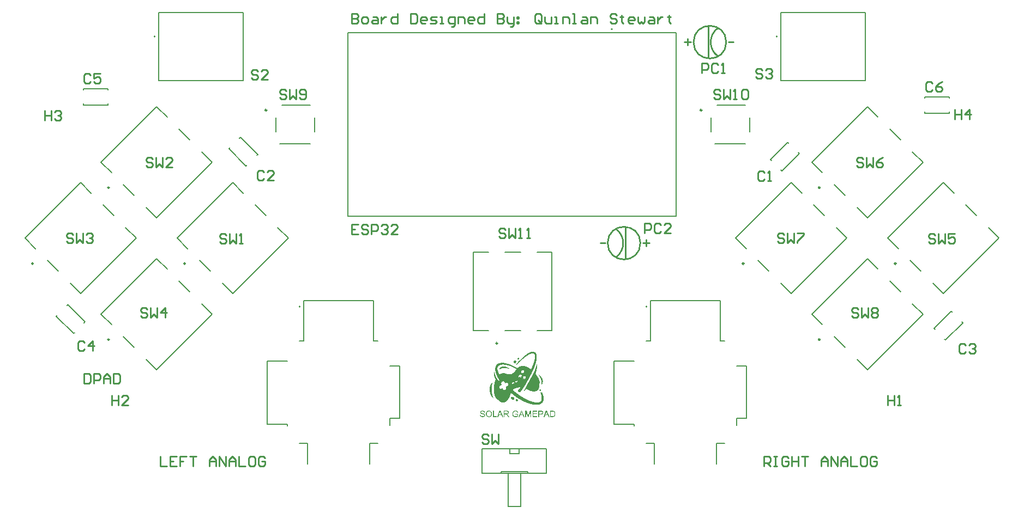
<source format=gto>
G04*
G04 #@! TF.GenerationSoftware,Altium Limited,Altium Designer,23.7.1 (13)*
G04*
G04 Layer_Color=65535*
%FSLAX44Y44*%
%MOMM*%
G71*
G04*
G04 #@! TF.SameCoordinates,53C910CC-7849-4C62-84ED-885E7FD34011*
G04*
G04*
G04 #@! TF.FilePolarity,Positive*
G04*
G01*
G75*
%ADD10C,0.2000*%
%ADD11C,0.2500*%
%ADD12C,0.2540*%
%ADD13C,0.1270*%
G36*
X991084Y279805D02*
X991299D01*
Y279590D01*
X991513D01*
Y278090D01*
X991299D01*
Y277876D01*
X991084D01*
Y277662D01*
X990870D01*
Y277447D01*
X990227D01*
Y277233D01*
X990013D01*
Y277447D01*
X989370D01*
Y277662D01*
X989155D01*
Y278090D01*
X988941D01*
Y278948D01*
X989155D01*
Y279162D01*
Y279376D01*
X989370D01*
Y279590D01*
X989584D01*
Y279805D01*
X989798D01*
Y280019D01*
X991084D01*
Y279805D01*
D02*
G37*
G36*
X986155Y275733D02*
X986369D01*
Y275519D01*
X986584D01*
Y275304D01*
X986798D01*
Y275090D01*
X987012D01*
Y273161D01*
X986798D01*
Y272733D01*
X986584D01*
Y272518D01*
X986369D01*
Y272304D01*
X986155D01*
Y272090D01*
X985726D01*
Y271875D01*
X984012D01*
Y272090D01*
X983798D01*
Y272304D01*
X983583D01*
Y272518D01*
X983369D01*
Y272947D01*
X983155D01*
Y274447D01*
X983369D01*
Y274876D01*
X983583D01*
Y275304D01*
X983798D01*
Y275519D01*
X984012D01*
Y275733D01*
X984441D01*
Y275947D01*
X986155D01*
Y275733D01*
D02*
G37*
G36*
X1014444Y289449D02*
X1015087D01*
Y289235D01*
X1015516D01*
Y289020D01*
X1015944D01*
Y288806D01*
X1016159D01*
Y288592D01*
X1016373D01*
Y288377D01*
X1016587D01*
Y288163D01*
X1016802D01*
Y287949D01*
X1017016D01*
Y287734D01*
X1017230D01*
Y287520D01*
X1017445D01*
Y287092D01*
X1017659D01*
Y286877D01*
X1017873D01*
Y286448D01*
X1018087D01*
Y285806D01*
X1018302D01*
Y285163D01*
X1018516D01*
Y284305D01*
X1018730D01*
Y282162D01*
X1018945D01*
Y280448D01*
X1018730D01*
Y277876D01*
X1018516D01*
Y276590D01*
X1018302D01*
Y275304D01*
X1018087D01*
Y274447D01*
X1017873D01*
Y273375D01*
X1017659D01*
Y272518D01*
X1017445D01*
Y271875D01*
X1017230D01*
Y271018D01*
X1017016D01*
Y270375D01*
X1016802D01*
Y269518D01*
X1016587D01*
Y268875D01*
X1016373D01*
Y268232D01*
X1016159D01*
Y267589D01*
X1015944D01*
Y266946D01*
X1015730D01*
Y266303D01*
X1015516D01*
Y265875D01*
X1015302D01*
Y265446D01*
X1015087D01*
Y264803D01*
X1014873D01*
Y264374D01*
X1014659D01*
Y263946D01*
X1014444D01*
Y263517D01*
X1014230D01*
Y262874D01*
X1014016D01*
Y262446D01*
X1013801D01*
Y262017D01*
X1013587D01*
Y261588D01*
X1013373D01*
Y261160D01*
X1013158D01*
Y260731D01*
X1012944D01*
Y260088D01*
X1012730D01*
Y259660D01*
X1012515D01*
Y259231D01*
X1012301D01*
Y258802D01*
X1012087D01*
Y258159D01*
X1011872D01*
Y257731D01*
X1011658D01*
Y257302D01*
X1011444D01*
Y256873D01*
X1011229D01*
Y256445D01*
X1011015D01*
Y256016D01*
X1010801D01*
Y255588D01*
X1010587D01*
Y255159D01*
X1010372D01*
Y254730D01*
X1010158D01*
Y254302D01*
X1009944D01*
Y253873D01*
X1009729D01*
Y253444D01*
X1009515D01*
Y253016D01*
X1009301D01*
Y252587D01*
X1009086D01*
Y252159D01*
X1008872D01*
Y251730D01*
X1008658D01*
Y251301D01*
X1008444D01*
Y250873D01*
X1008229D01*
Y250444D01*
X1008015D01*
Y250015D01*
X1007801D01*
Y249587D01*
X1007586D01*
Y249158D01*
X1007372D01*
Y248944D01*
X1007158D01*
Y248515D01*
X1006943D01*
Y248087D01*
X1006729D01*
Y247658D01*
X1006515D01*
Y247229D01*
X1006300D01*
Y246801D01*
X1006086D01*
Y246372D01*
X1005872D01*
Y246158D01*
X1005657D01*
Y245729D01*
X1005443D01*
Y245301D01*
X1005229D01*
Y244872D01*
X1005014D01*
Y244443D01*
X1004800D01*
Y244229D01*
X1004586D01*
Y243800D01*
X1004371D01*
Y243372D01*
X1004157D01*
Y242943D01*
X1003943D01*
Y242514D01*
X1003729D01*
Y242300D01*
X1003514D01*
Y241871D01*
X1003300D01*
Y241443D01*
X1003086D01*
Y241229D01*
X1002871D01*
Y240800D01*
X1002657D01*
Y240371D01*
X1002443D01*
Y239943D01*
X1002228D01*
Y239728D01*
X1002014D01*
Y239300D01*
X1001800D01*
Y238871D01*
X1001585D01*
Y238657D01*
X1001371D01*
Y238228D01*
X1001157D01*
Y238014D01*
X1000943D01*
Y237585D01*
X1000728D01*
Y237157D01*
X1000514D01*
Y236942D01*
X1000300D01*
Y236514D01*
X1000085D01*
Y236085D01*
X999871D01*
Y235871D01*
X999657D01*
Y235442D01*
X999442D01*
Y235228D01*
X999228D01*
Y234799D01*
X999014D01*
Y234585D01*
X998799D01*
Y234156D01*
X998585D01*
Y233942D01*
X998371D01*
Y233728D01*
X998157D01*
Y233299D01*
X997942D01*
Y233085D01*
X997728D01*
Y232656D01*
X997514D01*
Y232442D01*
X997299D01*
Y232013D01*
X997085D01*
Y231799D01*
X996871D01*
Y231370D01*
X996656D01*
Y231156D01*
X996442D01*
Y230727D01*
X996228D01*
Y230513D01*
X996013D01*
Y230084D01*
X995799D01*
Y229870D01*
X995585D01*
Y229656D01*
X995370D01*
Y229227D01*
X995156D01*
Y229013D01*
X994942D01*
Y228799D01*
X994727D01*
Y228370D01*
X994513D01*
Y228155D01*
X994299D01*
Y227941D01*
X994084D01*
Y227513D01*
X993870D01*
Y227298D01*
X993656D01*
Y227084D01*
X993442D01*
Y226870D01*
X993013D01*
Y226655D01*
X992370D01*
Y226441D01*
X991727D01*
Y226655D01*
X990870D01*
Y226870D01*
X990656D01*
Y227084D01*
X990441D01*
Y227298D01*
X990227D01*
Y227513D01*
X990013D01*
Y229441D01*
X990227D01*
Y229870D01*
X990441D01*
Y230084D01*
X990656D01*
Y230513D01*
X990870D01*
Y230727D01*
X991084D01*
Y230942D01*
X991299D01*
Y231370D01*
X991513D01*
Y231584D01*
X991727D01*
Y232013D01*
X991941D01*
Y232227D01*
X992156D01*
Y232442D01*
X992370D01*
Y232870D01*
X992584D01*
Y233085D01*
X992799D01*
Y233513D01*
X993013D01*
Y233728D01*
X993227D01*
Y233942D01*
X993442D01*
Y234371D01*
X993656D01*
Y234585D01*
X992370D01*
Y234371D01*
X991513D01*
Y234156D01*
X990656D01*
Y233942D01*
X989798D01*
Y233728D01*
X988941D01*
Y233513D01*
X988084D01*
Y233299D01*
X987226D01*
Y233085D01*
X986584D01*
Y232870D01*
X985941D01*
Y232656D01*
X985512D01*
Y232442D01*
X985083D01*
Y232227D01*
X984655D01*
Y232013D01*
X984226D01*
Y231799D01*
X983798D01*
Y231584D01*
X983369D01*
Y231370D01*
X983155D01*
Y231156D01*
X982726D01*
Y230942D01*
X982512D01*
Y230727D01*
X982083D01*
Y230513D01*
X981869D01*
Y230299D01*
X981654D01*
Y229870D01*
X981869D01*
Y229656D01*
X982083D01*
Y229441D01*
X982297D01*
Y229227D01*
X982726D01*
Y229013D01*
X982940D01*
Y228799D01*
X983155D01*
Y228584D01*
X983369D01*
Y228370D01*
X983798D01*
Y228155D01*
X984012D01*
Y227941D01*
X984226D01*
Y227727D01*
X984441D01*
Y227513D01*
X984655D01*
Y227298D01*
X985083D01*
Y227084D01*
X985298D01*
Y226870D01*
X985512D01*
Y226655D01*
X985941D01*
Y226441D01*
X986155D01*
Y226227D01*
X986369D01*
Y226012D01*
X986584D01*
Y225798D01*
X987012D01*
Y225584D01*
X987226D01*
Y225369D01*
X987441D01*
Y225155D01*
X987869D01*
Y224941D01*
X988084D01*
Y224727D01*
X988298D01*
Y224512D01*
X988727D01*
Y224298D01*
X988941D01*
Y224084D01*
X989370D01*
Y223869D01*
X989584D01*
Y223655D01*
X989798D01*
Y223441D01*
X990227D01*
Y223226D01*
X990441D01*
Y223012D01*
X990870D01*
Y222798D01*
X991084D01*
Y222583D01*
X991299D01*
Y222369D01*
X991727D01*
Y222155D01*
X991941D01*
Y221940D01*
X992370D01*
Y221726D01*
X992584D01*
Y221512D01*
X993013D01*
Y221297D01*
X993227D01*
Y221083D01*
X993656D01*
Y220869D01*
X993870D01*
Y220655D01*
X994299D01*
Y220440D01*
X994727D01*
Y220226D01*
X994942D01*
Y220012D01*
X995370D01*
Y219797D01*
X995585D01*
Y219583D01*
X996013D01*
Y219369D01*
X996442D01*
Y219154D01*
X996656D01*
Y218940D01*
X997085D01*
Y218726D01*
X997514D01*
Y218512D01*
X997728D01*
Y218297D01*
X998157D01*
Y218083D01*
X998585D01*
Y217868D01*
X998799D01*
Y217654D01*
X999228D01*
Y217440D01*
X999657D01*
Y217226D01*
X1000085D01*
Y217011D01*
X1000514D01*
Y216797D01*
X1000728D01*
Y216583D01*
X1001157D01*
Y216368D01*
X1001585D01*
Y216154D01*
X1002014D01*
Y215940D01*
X1002443D01*
Y215725D01*
X1002871D01*
Y215511D01*
X1003300D01*
Y215297D01*
X1003729D01*
Y215082D01*
X1004157D01*
Y214868D01*
X1004586D01*
Y214654D01*
X1005229D01*
Y214440D01*
X1005657D01*
Y214225D01*
X1006086D01*
Y214011D01*
X1006515D01*
Y213797D01*
X1007158D01*
Y213582D01*
X1007586D01*
Y213368D01*
X1008229D01*
Y213154D01*
X1008658D01*
Y212939D01*
X1009301D01*
Y212725D01*
X1009729D01*
Y212511D01*
X1010372D01*
Y212296D01*
X1011015D01*
Y212082D01*
X1011658D01*
Y211868D01*
X1012515D01*
Y211653D01*
X1013158D01*
Y211439D01*
X1014016D01*
Y211225D01*
X1015087D01*
Y211010D01*
X1016159D01*
Y210796D01*
X1018087D01*
Y210582D01*
X1020445D01*
Y210796D01*
X1021945D01*
Y211010D01*
X1022588D01*
Y211225D01*
X1023231D01*
Y211439D01*
X1023660D01*
Y211653D01*
X1024088D01*
Y211868D01*
X1024517D01*
Y212082D01*
X1024731D01*
Y212296D01*
X1024946D01*
Y212511D01*
X1025160D01*
Y212725D01*
X1025374D01*
Y212939D01*
X1025589D01*
Y213368D01*
X1025803D01*
Y213582D01*
X1026017D01*
Y214011D01*
X1026231D01*
Y214654D01*
X1026446D01*
Y215511D01*
X1026660D01*
Y219583D01*
X1026446D01*
Y220655D01*
X1026231D01*
Y221512D01*
X1026017D01*
Y222155D01*
X1025803D01*
Y222798D01*
X1025589D01*
Y223441D01*
X1025374D01*
Y224084D01*
X1025160D01*
Y224727D01*
X1024946D01*
Y225798D01*
X1025160D01*
Y226012D01*
X1025374D01*
Y226227D01*
X1025589D01*
Y226441D01*
X1026446D01*
Y226227D01*
X1026874D01*
Y226012D01*
X1027089D01*
Y225798D01*
X1027303D01*
Y225584D01*
X1027517D01*
Y224941D01*
X1027732D01*
Y224512D01*
X1027946D01*
Y223869D01*
X1028160D01*
Y223441D01*
X1028374D01*
Y222798D01*
X1028589D01*
Y222155D01*
X1028803D01*
Y221512D01*
X1029017D01*
Y220655D01*
X1029232D01*
Y219583D01*
X1029446D01*
Y218297D01*
X1029660D01*
Y214868D01*
X1029446D01*
Y213797D01*
X1029232D01*
Y213154D01*
X1029017D01*
Y212511D01*
X1028803D01*
Y212082D01*
X1028589D01*
Y211653D01*
X1028374D01*
Y211225D01*
X1028160D01*
Y211010D01*
X1027946D01*
Y210582D01*
X1027732D01*
Y210368D01*
X1027517D01*
Y210153D01*
X1027303D01*
Y209939D01*
X1027089D01*
Y209725D01*
X1026874D01*
Y209510D01*
X1026660D01*
Y209296D01*
X1026446D01*
Y209082D01*
X1026017D01*
Y208867D01*
X1025803D01*
Y208653D01*
X1025374D01*
Y208439D01*
X1025160D01*
Y208225D01*
X1024731D01*
Y208010D01*
X1024088D01*
Y207796D01*
X1023660D01*
Y207582D01*
X1023017D01*
Y207367D01*
X1022160D01*
Y207153D01*
X1021088D01*
Y206939D01*
X1015087D01*
Y207153D01*
X1013587D01*
Y207367D01*
X1012301D01*
Y207582D01*
X1011444D01*
Y207796D01*
X1010587D01*
Y208010D01*
X1009729D01*
Y208225D01*
X1008872D01*
Y208439D01*
X1008229D01*
Y208653D01*
X1007586D01*
Y208867D01*
X1006943D01*
Y209082D01*
X1006300D01*
Y209296D01*
X1005657D01*
Y209510D01*
X1005014D01*
Y209725D01*
X1004371D01*
Y209939D01*
X1003943D01*
Y210153D01*
X1003300D01*
Y210368D01*
X1002871D01*
Y210582D01*
X1002443D01*
Y210796D01*
X1001800D01*
Y211010D01*
X1001371D01*
Y211225D01*
X1000943D01*
Y211439D01*
X1000514D01*
Y211653D01*
X999871D01*
Y211868D01*
X999442D01*
Y212082D01*
X999014D01*
Y212296D01*
X998585D01*
Y212511D01*
X998157D01*
Y212725D01*
X997728D01*
Y212939D01*
X997299D01*
Y213154D01*
X996871D01*
Y213368D01*
X996442D01*
Y213582D01*
X996013D01*
Y213797D01*
X995799D01*
Y214011D01*
X995370D01*
Y214225D01*
X994942D01*
Y214440D01*
X994513D01*
Y214654D01*
X994084D01*
Y214868D01*
X993870D01*
Y215082D01*
X993442D01*
Y215297D01*
X993013D01*
Y215511D01*
X992799D01*
Y215725D01*
X992370D01*
Y215940D01*
X991941D01*
Y216154D01*
X991727D01*
Y216368D01*
X991299D01*
Y216583D01*
X990870D01*
Y216797D01*
X990656D01*
Y217011D01*
X990227D01*
Y217226D01*
X990013D01*
Y217440D01*
X989584D01*
Y217654D01*
X989155D01*
Y217868D01*
X988941D01*
Y218083D01*
X988512D01*
Y218297D01*
X988298D01*
Y218512D01*
X987869D01*
Y218726D01*
X987655D01*
Y218940D01*
X987441D01*
Y219154D01*
X987012D01*
Y219369D01*
X986798D01*
Y219583D01*
X986369D01*
Y219797D01*
X986155D01*
Y220012D01*
X985726D01*
Y220226D01*
X985512D01*
Y220440D01*
X985298D01*
Y220655D01*
X984869D01*
Y220869D01*
X984655D01*
Y221083D01*
X984226D01*
Y221297D01*
X984012D01*
Y221512D01*
X983798D01*
Y221726D01*
X983369D01*
Y221940D01*
X983155D01*
Y222155D01*
X982940D01*
Y222369D01*
X982726D01*
Y222583D01*
X982297D01*
Y222798D01*
X982083D01*
Y223012D01*
X981869D01*
Y223226D01*
X981440D01*
Y223441D01*
X981226D01*
Y223655D01*
X981012D01*
Y223869D01*
X980797D01*
Y224084D01*
X980368D01*
Y224298D01*
X980154D01*
Y224512D01*
X979940D01*
Y224727D01*
X979726D01*
Y224941D01*
X979511D01*
Y225155D01*
X979083D01*
Y225369D01*
X978868D01*
Y225584D01*
X978654D01*
Y225155D01*
X978440D01*
Y224298D01*
X978225D01*
Y223655D01*
X978011D01*
Y222798D01*
X977797D01*
Y222155D01*
X977582D01*
Y221512D01*
X977368D01*
Y221083D01*
X977154D01*
Y220440D01*
X976939D01*
Y220012D01*
X976725D01*
Y219583D01*
X976511D01*
Y218940D01*
X976297D01*
Y218512D01*
X976082D01*
Y218083D01*
X975868D01*
Y217654D01*
X975654D01*
Y217226D01*
X975439D01*
Y217011D01*
X975225D01*
Y216583D01*
X975011D01*
Y216154D01*
X974796D01*
Y215940D01*
X974582D01*
Y215511D01*
X974368D01*
Y215297D01*
X974154D01*
Y215082D01*
X973939D01*
Y214654D01*
X973725D01*
Y214440D01*
X973511D01*
Y214225D01*
X973296D01*
Y214011D01*
X973082D01*
Y213797D01*
X972868D01*
Y213582D01*
X972653D01*
Y213368D01*
X972439D01*
Y213154D01*
X972225D01*
Y212939D01*
X972010D01*
Y212725D01*
X971796D01*
Y212511D01*
X971582D01*
Y212296D01*
X971367D01*
Y212082D01*
X970939D01*
Y211868D01*
X970724D01*
Y211653D01*
X970296D01*
Y211439D01*
X969867D01*
Y211225D01*
X969439D01*
Y211010D01*
X968796D01*
Y210796D01*
X968153D01*
Y210582D01*
X964938D01*
Y210796D01*
X964081D01*
Y211010D01*
X963438D01*
Y211225D01*
X963009D01*
Y211439D01*
X962581D01*
Y211653D01*
X962152D01*
Y211868D01*
X961938D01*
Y212082D01*
X961509D01*
Y212296D01*
X961295D01*
Y212511D01*
X961080D01*
Y212725D01*
X960652D01*
Y212939D01*
X960437D01*
Y213154D01*
X960223D01*
Y213368D01*
X960009D01*
Y213797D01*
X959794D01*
Y214011D01*
X959580D01*
Y214225D01*
X959366D01*
Y214440D01*
X958937D01*
Y214654D01*
X958509D01*
Y214868D01*
X958080D01*
Y215082D01*
X957866D01*
Y215297D01*
X957651D01*
Y215511D01*
X957223D01*
Y215725D01*
X957009D01*
Y215940D01*
X956794D01*
Y216154D01*
X956580D01*
Y216368D01*
X956366D01*
Y216583D01*
X956151D01*
Y216797D01*
X955937D01*
Y217226D01*
X955723D01*
Y217440D01*
X955508D01*
Y217654D01*
X955294D01*
Y218083D01*
X955080D01*
Y218512D01*
X954865D01*
Y218940D01*
X954651D01*
Y219369D01*
X954437D01*
Y219797D01*
X954222D01*
Y220440D01*
X954008D01*
Y221083D01*
X953794D01*
Y221726D01*
X953579D01*
Y222583D01*
X953365D01*
Y223441D01*
X953151D01*
Y224512D01*
X952936D01*
Y226012D01*
X952722D01*
Y228584D01*
X952508D01*
Y233513D01*
X952722D01*
Y237157D01*
X952936D01*
Y238871D01*
X953151D01*
Y240371D01*
X953365D01*
Y241443D01*
X953579D01*
Y242300D01*
X953794D01*
Y243157D01*
X954008D01*
Y243800D01*
X954222D01*
Y244658D01*
X954437D01*
Y245301D01*
X954651D01*
Y245729D01*
X954865D01*
Y246801D01*
X954651D01*
Y247229D01*
X954437D01*
Y247872D01*
X954222D01*
Y248301D01*
X954008D01*
Y248729D01*
X953794D01*
Y249373D01*
X953579D01*
Y250015D01*
X953365D01*
Y250658D01*
X953151D01*
Y251516D01*
X952936D01*
Y252373D01*
X952722D01*
Y253873D01*
X952508D01*
Y256231D01*
X952722D01*
Y257516D01*
X952936D01*
Y257731D01*
X953151D01*
Y257088D01*
X953365D01*
Y256659D01*
X953579D01*
Y256016D01*
X953794D01*
Y255373D01*
X954008D01*
Y254730D01*
X954222D01*
Y254302D01*
X954437D01*
Y253444D01*
X954651D01*
Y252801D01*
X954865D01*
Y252373D01*
X955080D01*
Y251730D01*
X955294D01*
Y251301D01*
X955508D01*
Y250658D01*
X955723D01*
Y250230D01*
X955937D01*
Y249801D01*
X956151D01*
Y249373D01*
X956366D01*
Y249158D01*
X956580D01*
Y248729D01*
X956794D01*
Y248301D01*
X957009D01*
Y247872D01*
X957223D01*
Y247658D01*
X957437D01*
Y247229D01*
X957651D01*
Y247015D01*
X957866D01*
Y246801D01*
X958080D01*
Y246372D01*
X958294D01*
Y246158D01*
X958509D01*
Y245944D01*
X958723D01*
Y245729D01*
X958937D01*
Y245515D01*
X959152D01*
Y245301D01*
X959366D01*
Y245086D01*
X959580D01*
Y244872D01*
X960009D01*
Y244658D01*
X960223D01*
Y244443D01*
X960652D01*
Y244229D01*
X960866D01*
Y244872D01*
X960652D01*
Y245086D01*
X960437D01*
Y245515D01*
X960223D01*
Y245944D01*
X960009D01*
Y246372D01*
X959794D01*
Y246801D01*
X959580D01*
Y247229D01*
X959366D01*
Y247658D01*
X959152D01*
Y248087D01*
X958937D01*
Y248515D01*
X958723D01*
Y249158D01*
X958509D01*
Y249587D01*
X958294D01*
Y250015D01*
X958080D01*
Y250444D01*
X957866D01*
Y251087D01*
X957651D01*
Y251516D01*
X957437D01*
Y252159D01*
X957223D01*
Y252587D01*
X957009D01*
Y253230D01*
X956794D01*
Y253659D01*
X956580D01*
Y254302D01*
X956366D01*
Y254730D01*
X956151D01*
Y255373D01*
X955937D01*
Y255802D01*
X955723D01*
Y256445D01*
X955508D01*
Y257088D01*
X955294D01*
Y257731D01*
X955080D01*
Y258374D01*
X954865D01*
Y259445D01*
X954651D01*
Y260945D01*
X954437D01*
Y263946D01*
X954651D01*
Y265232D01*
X954865D01*
Y266089D01*
X955080D01*
Y266732D01*
X955294D01*
Y267160D01*
X955508D01*
Y267589D01*
X955723D01*
Y268018D01*
X955937D01*
Y268446D01*
X956151D01*
Y268661D01*
X956366D01*
Y268875D01*
X956580D01*
Y269089D01*
X956794D01*
Y269518D01*
X957009D01*
Y269732D01*
X957223D01*
Y269946D01*
X957651D01*
Y270161D01*
X957866D01*
Y270375D01*
X958080D01*
Y270589D01*
X958509D01*
Y270804D01*
X958723D01*
Y271018D01*
X959152D01*
Y271232D01*
X959580D01*
Y271447D01*
X960009D01*
Y271661D01*
X960652D01*
Y271875D01*
X961295D01*
Y272090D01*
X962366D01*
Y272304D01*
X964509D01*
Y272518D01*
X966010D01*
Y272304D01*
X968367D01*
Y272090D01*
X969653D01*
Y271875D01*
X970724D01*
Y271661D01*
X971582D01*
Y271447D01*
X972439D01*
Y271232D01*
X973082D01*
Y271018D01*
X973939D01*
Y270804D01*
X974582D01*
Y270589D01*
X975225D01*
Y270375D01*
X975868D01*
Y270161D01*
X976511D01*
Y269946D01*
X976939D01*
Y269732D01*
X977582D01*
Y269518D01*
X978011D01*
Y269303D01*
X978654D01*
Y269089D01*
X979083D01*
Y268875D01*
X979511D01*
Y268661D01*
X980154D01*
Y268446D01*
X980583D01*
Y268232D01*
X981012D01*
Y268018D01*
X981440D01*
Y267803D01*
X981869D01*
Y267589D01*
X982297D01*
Y267375D01*
X982726D01*
Y267160D01*
X983155D01*
Y266946D01*
X983583D01*
Y266732D01*
X984012D01*
Y266518D01*
X984441D01*
Y266303D01*
X984869D01*
Y266089D01*
X985298D01*
Y265875D01*
X985726D01*
Y265660D01*
X986155D01*
Y265446D01*
X986369D01*
Y265232D01*
X986798D01*
Y265017D01*
X987226D01*
Y264803D01*
X987655D01*
Y264589D01*
X987869D01*
Y264374D01*
X988298D01*
Y264160D01*
X988727D01*
Y263946D01*
X988941D01*
Y264160D01*
X989155D01*
Y264374D01*
X989370D01*
Y264589D01*
X989584D01*
Y264803D01*
X989798D01*
Y265017D01*
X990227D01*
Y265232D01*
X990441D01*
Y265446D01*
X990656D01*
Y265660D01*
X991084D01*
Y265875D01*
X991299D01*
Y266089D01*
X991727D01*
Y266303D01*
X992156D01*
Y266518D01*
X992799D01*
Y266732D01*
X993227D01*
Y266946D01*
X993870D01*
Y267160D01*
X994942D01*
Y267375D01*
X999657D01*
Y267160D01*
X1000728D01*
Y266946D01*
X1001371D01*
Y266732D01*
X1002228D01*
Y266518D01*
X1002657D01*
Y266303D01*
X1003300D01*
Y266089D01*
X1003729D01*
Y265875D01*
X1004371D01*
Y265660D01*
X1004800D01*
Y265446D01*
X1005229D01*
Y265232D01*
X1005657D01*
Y265017D01*
X1005872D01*
Y264803D01*
X1006300D01*
Y264589D01*
X1006729D01*
Y264374D01*
X1006943D01*
Y264160D01*
X1007372D01*
Y263946D01*
X1007801D01*
Y263731D01*
X1008015D01*
Y263517D01*
X1008444D01*
Y263303D01*
X1008658D01*
Y263088D01*
X1008872D01*
Y262874D01*
X1009301D01*
Y262660D01*
X1009515D01*
Y262446D01*
X1009729D01*
Y262231D01*
X1010158D01*
Y262660D01*
X1010372D01*
Y263303D01*
X1010587D01*
Y263731D01*
X1010801D01*
Y264160D01*
X1011015D01*
Y264589D01*
X1011229D01*
Y265232D01*
X1011444D01*
Y265660D01*
X1011658D01*
Y266089D01*
X1011872D01*
Y266732D01*
X1012087D01*
Y267160D01*
X1012301D01*
Y267589D01*
X1012515D01*
Y268232D01*
X1012730D01*
Y268875D01*
X1012944D01*
Y269303D01*
X1013158D01*
Y269946D01*
X1013373D01*
Y270589D01*
X1013587D01*
Y271018D01*
X1013801D01*
Y271661D01*
X1014016D01*
Y272304D01*
X1014230D01*
Y272947D01*
X1014444D01*
Y273804D01*
X1014659D01*
Y274447D01*
X1014873D01*
Y275090D01*
X1015087D01*
Y275947D01*
X1015302D01*
Y276805D01*
X1015516D01*
Y277876D01*
X1015730D01*
Y279162D01*
X1015944D01*
Y280876D01*
X1016159D01*
Y283020D01*
X1015944D01*
Y284305D01*
X1015730D01*
Y284948D01*
X1015516D01*
Y285377D01*
X1015302D01*
Y285806D01*
X1015087D01*
Y286020D01*
X1014873D01*
Y286234D01*
X1014659D01*
Y286448D01*
X1014230D01*
Y286663D01*
X1013587D01*
Y286877D01*
X1011229D01*
Y286663D01*
X1010372D01*
Y286448D01*
X1009515D01*
Y286234D01*
X1009086D01*
Y286020D01*
X1008444D01*
Y285806D01*
X1008015D01*
Y285591D01*
X1007586D01*
Y285377D01*
X1007158D01*
Y285163D01*
X1006729D01*
Y284948D01*
X1006300D01*
Y284734D01*
X1005872D01*
Y284520D01*
X1005657D01*
Y284305D01*
X1005229D01*
Y284091D01*
X1004800D01*
Y283877D01*
X1004586D01*
Y283662D01*
X1004157D01*
Y283448D01*
X1003943D01*
Y283234D01*
X1003514D01*
Y283020D01*
X1003300D01*
Y282805D01*
X1002871D01*
Y282591D01*
X1002657D01*
Y282377D01*
X1002228D01*
Y282162D01*
X1002014D01*
Y281948D01*
X1001800D01*
Y281734D01*
X1001371D01*
Y281519D01*
X1001157D01*
Y281305D01*
X1000943D01*
Y281091D01*
X1000514D01*
Y280876D01*
X1000300D01*
Y280662D01*
X1000085D01*
Y280448D01*
X999657D01*
Y280233D01*
X999442D01*
Y280019D01*
X999228D01*
Y279805D01*
X999014D01*
Y279590D01*
X998799D01*
Y279376D01*
X998371D01*
Y279162D01*
X998157D01*
Y278948D01*
X997942D01*
Y278733D01*
X997728D01*
Y278519D01*
X997514D01*
Y278305D01*
X997299D01*
Y278090D01*
X996871D01*
Y277876D01*
X996656D01*
Y277662D01*
X996442D01*
Y277447D01*
X996228D01*
Y277233D01*
X996013D01*
Y277019D01*
X995799D01*
Y276805D01*
X995585D01*
Y276590D01*
X995370D01*
Y276376D01*
X995156D01*
Y276161D01*
X994942D01*
Y275947D01*
X994513D01*
Y275733D01*
X994299D01*
Y275519D01*
X994084D01*
Y275304D01*
X993870D01*
Y275090D01*
X993656D01*
Y274876D01*
X993442D01*
Y274661D01*
X993227D01*
Y274447D01*
X993013D01*
Y274233D01*
X992799D01*
Y274018D01*
X992584D01*
Y273804D01*
X992370D01*
Y273590D01*
X992156D01*
Y273375D01*
X991941D01*
Y273161D01*
X991727D01*
Y272947D01*
X991513D01*
Y272733D01*
X991299D01*
Y272518D01*
X991084D01*
Y272304D01*
X990870D01*
Y272090D01*
X990656D01*
Y271875D01*
X990441D01*
Y271447D01*
X990227D01*
Y271232D01*
X990013D01*
Y271018D01*
X989798D01*
Y270804D01*
X989584D01*
Y270589D01*
X989370D01*
Y270375D01*
X989155D01*
Y270161D01*
X988941D01*
Y269946D01*
X988727D01*
Y269732D01*
X988512D01*
Y269518D01*
X988298D01*
Y269303D01*
X988084D01*
Y269089D01*
X987012D01*
Y270161D01*
X987226D01*
Y270375D01*
X987441D01*
Y270589D01*
X987655D01*
Y270804D01*
X987869D01*
Y271018D01*
X988084D01*
Y271447D01*
X988298D01*
Y271661D01*
X988512D01*
Y271875D01*
X988727D01*
Y272090D01*
X988941D01*
Y272304D01*
X989155D01*
Y272518D01*
X989370D01*
Y272733D01*
X989584D01*
Y272947D01*
X989798D01*
Y273161D01*
X990013D01*
Y273590D01*
X990227D01*
Y273804D01*
X990441D01*
Y274018D01*
X990656D01*
Y274233D01*
X990870D01*
Y274447D01*
X991084D01*
Y274661D01*
X991299D01*
Y274876D01*
X991513D01*
Y275090D01*
X991727D01*
Y275304D01*
X991941D01*
Y275519D01*
X992156D01*
Y275733D01*
X992370D01*
Y275947D01*
X992584D01*
Y276161D01*
X992799D01*
Y276376D01*
X993013D01*
Y276590D01*
X993227D01*
Y276805D01*
X993442D01*
Y277019D01*
X993656D01*
Y277233D01*
X993870D01*
Y277447D01*
X994084D01*
Y277662D01*
X994299D01*
Y277876D01*
X994513D01*
Y278090D01*
X994727D01*
Y278305D01*
X994942D01*
Y278519D01*
X995156D01*
Y278733D01*
X995370D01*
Y278948D01*
X995585D01*
Y279162D01*
X995799D01*
Y279376D01*
X996013D01*
Y279590D01*
X996228D01*
Y279805D01*
X996442D01*
Y280019D01*
X996656D01*
Y280233D01*
X996871D01*
Y280448D01*
X997085D01*
Y280662D01*
X997299D01*
Y280876D01*
X997514D01*
Y281091D01*
X997728D01*
Y281305D01*
X997942D01*
Y281519D01*
X998371D01*
Y281734D01*
X998585D01*
Y281948D01*
X998799D01*
Y282162D01*
X999014D01*
Y282377D01*
X999228D01*
Y282591D01*
X999442D01*
Y282805D01*
X999657D01*
Y283020D01*
X1000085D01*
Y283234D01*
X1000300D01*
Y283448D01*
X1000514D01*
Y283662D01*
X1000728D01*
Y283877D01*
X1001157D01*
Y284091D01*
X1001371D01*
Y284305D01*
X1001585D01*
Y284520D01*
X1001800D01*
Y284734D01*
X1002228D01*
Y284948D01*
X1002443D01*
Y285163D01*
X1002657D01*
Y285377D01*
X1003086D01*
Y285591D01*
X1003300D01*
Y285806D01*
X1003729D01*
Y286020D01*
X1003943D01*
Y286234D01*
X1004371D01*
Y286448D01*
X1004586D01*
Y286663D01*
X1005014D01*
Y286877D01*
X1005229D01*
Y287092D01*
X1005657D01*
Y287306D01*
X1005872D01*
Y287520D01*
X1006300D01*
Y287734D01*
X1006729D01*
Y287949D01*
X1007158D01*
Y288163D01*
X1007586D01*
Y288377D01*
X1008015D01*
Y288592D01*
X1008444D01*
Y288806D01*
X1008872D01*
Y289020D01*
X1009515D01*
Y289235D01*
X1010158D01*
Y289449D01*
X1011015D01*
Y289663D01*
X1014444D01*
Y289449D01*
D02*
G37*
G36*
X1022588Y253444D02*
X1023017D01*
Y253230D01*
X1023231D01*
Y253016D01*
X1023445D01*
Y252801D01*
X1023874D01*
Y252587D01*
X1024088D01*
Y252373D01*
X1024303D01*
Y252159D01*
X1024517D01*
Y251944D01*
X1024731D01*
Y251730D01*
X1024946D01*
Y251516D01*
X1025160D01*
Y251301D01*
X1025374D01*
Y251087D01*
X1025589D01*
Y250658D01*
X1025803D01*
Y250444D01*
X1026017D01*
Y250230D01*
X1026231D01*
Y249801D01*
X1026446D01*
Y249587D01*
X1026660D01*
Y249158D01*
X1026874D01*
Y248944D01*
X1027089D01*
Y248515D01*
X1027303D01*
Y248087D01*
X1027517D01*
Y247444D01*
X1027732D01*
Y246801D01*
X1027946D01*
Y246158D01*
X1028160D01*
Y244872D01*
X1028374D01*
Y242729D01*
X1028160D01*
Y241443D01*
X1027946D01*
Y240800D01*
X1027732D01*
Y240157D01*
X1027517D01*
Y239728D01*
X1027303D01*
Y239300D01*
X1027089D01*
Y238871D01*
X1026874D01*
Y238657D01*
X1026660D01*
Y238228D01*
X1026231D01*
Y238871D01*
X1026446D01*
Y242943D01*
X1026231D01*
Y244229D01*
X1026017D01*
Y245301D01*
X1025803D01*
Y246158D01*
X1025589D01*
Y246372D01*
Y246801D01*
X1025374D01*
Y247444D01*
X1025160D01*
Y247872D01*
X1024946D01*
Y248515D01*
X1024731D01*
Y248944D01*
X1024517D01*
Y249373D01*
X1024303D01*
Y249801D01*
X1024088D01*
Y250230D01*
X1023874D01*
Y250658D01*
X1023660D01*
Y251087D01*
X1023445D01*
Y251516D01*
X1023231D01*
Y251944D01*
X1023017D01*
Y252159D01*
X1022802D01*
Y252587D01*
X1022588D01*
Y252801D01*
X1022374D01*
Y253230D01*
X1022160D01*
Y253659D01*
X1022588D01*
Y253444D01*
D02*
G37*
G36*
X1024946Y230942D02*
X1025160D01*
Y230727D01*
X1025374D01*
Y230513D01*
X1025589D01*
Y230299D01*
X1025803D01*
Y228799D01*
X1025589D01*
Y228584D01*
X1025374D01*
Y228370D01*
X1024946D01*
Y228155D01*
X1024303D01*
Y228370D01*
X1023874D01*
Y228584D01*
X1023660D01*
Y228799D01*
X1023445D01*
Y229227D01*
X1023231D01*
Y230299D01*
X1023445D01*
Y230727D01*
X1023660D01*
Y230942D01*
X1023874D01*
Y231156D01*
X1024946D01*
Y230942D01*
D02*
G37*
G36*
X998799Y228155D02*
X998585D01*
Y228370D01*
X998799D01*
Y228155D01*
D02*
G37*
G36*
X1019159Y270161D02*
X1019373D01*
Y269518D01*
X1019588D01*
Y265660D01*
X1019373D01*
Y264160D01*
X1019159D01*
Y262874D01*
X1018945D01*
Y261803D01*
X1018730D01*
Y260731D01*
X1018516D01*
Y259874D01*
X1018302D01*
Y259016D01*
X1018087D01*
Y257945D01*
X1017873D01*
Y257302D01*
X1017659D01*
Y256445D01*
X1017445D01*
Y255588D01*
X1017230D01*
Y254730D01*
X1017445D01*
Y254516D01*
X1017659D01*
Y254302D01*
X1017873D01*
Y254087D01*
X1018087D01*
Y253659D01*
X1018302D01*
Y253444D01*
X1018516D01*
Y253230D01*
X1018730D01*
Y252801D01*
X1018945D01*
Y252587D01*
X1019159D01*
Y252373D01*
X1019373D01*
Y251944D01*
X1019588D01*
Y251730D01*
X1019802D01*
Y251301D01*
X1020016D01*
Y251087D01*
X1020231D01*
Y250658D01*
X1020445D01*
Y250444D01*
X1020659D01*
Y250015D01*
X1020874D01*
Y249587D01*
X1021088D01*
Y249373D01*
X1021302D01*
Y248944D01*
X1021516D01*
Y248515D01*
X1021731D01*
Y248087D01*
X1021945D01*
Y247658D01*
X1022160D01*
Y247229D01*
X1022374D01*
Y246586D01*
X1022588D01*
Y245944D01*
X1022802D01*
Y245515D01*
X1023017D01*
Y244658D01*
X1023231D01*
Y243800D01*
X1023445D01*
Y239943D01*
X1023231D01*
Y239086D01*
X1023017D01*
Y238442D01*
X1022802D01*
Y236942D01*
X1023017D01*
Y235871D01*
X1022802D01*
Y234156D01*
X1022588D01*
Y233299D01*
X1022374D01*
Y232656D01*
X1022160D01*
Y232227D01*
X1021945D01*
Y231799D01*
X1021731D01*
Y231370D01*
X1021516D01*
Y231156D01*
X1021302D01*
Y230942D01*
X1021088D01*
Y230513D01*
X1020874D01*
Y230299D01*
X1020659D01*
Y230084D01*
X1020445D01*
Y229870D01*
X1020231D01*
Y229656D01*
X1020016D01*
Y229441D01*
X1019802D01*
Y229227D01*
X1019373D01*
Y229013D01*
X1019159D01*
Y228799D01*
X1018730D01*
Y228584D01*
X1018302D01*
Y228370D01*
X1017873D01*
Y228155D01*
X1017230D01*
Y227941D01*
X1016159D01*
Y227727D01*
X1012730D01*
Y227941D01*
X1011658D01*
Y228155D01*
X1010587D01*
Y228370D01*
X1009944D01*
Y228584D01*
X1009301D01*
Y228799D01*
X1008658D01*
Y229013D01*
X1008229D01*
Y229227D01*
X1007586D01*
Y229441D01*
X1007158D01*
Y229656D01*
X1006729D01*
Y229870D01*
X1006300D01*
Y230084D01*
X1005872D01*
Y230299D01*
X1005443D01*
Y230513D01*
X1005014D01*
Y230727D01*
X1004586D01*
Y230942D01*
X1004157D01*
Y231156D01*
X1003943D01*
Y231370D01*
X1003514D01*
Y231584D01*
X1003086D01*
Y231799D01*
X1002657D01*
Y231584D01*
X1002443D01*
Y231370D01*
X1002228D01*
Y230942D01*
X1002014D01*
Y230727D01*
X1001800D01*
Y230513D01*
X1001585D01*
Y230299D01*
X1001371D01*
Y230084D01*
X1001157D01*
Y229870D01*
X1000943D01*
Y229656D01*
X1000728D01*
Y229441D01*
X1000300D01*
Y229227D01*
X1000085D01*
Y229013D01*
X999871D01*
Y228799D01*
X999657D01*
Y228584D01*
X999228D01*
Y228370D01*
X998799D01*
Y228799D01*
X999014D01*
Y229227D01*
X999228D01*
Y229656D01*
X999442D01*
Y229870D01*
X999657D01*
Y230299D01*
X999871D01*
Y230513D01*
X1000085D01*
Y230942D01*
X1000300D01*
Y231370D01*
X1000514D01*
Y231799D01*
X1000728D01*
Y232227D01*
X1000943D01*
Y232442D01*
X1001157D01*
Y232870D01*
X1001371D01*
Y233299D01*
X1001585D01*
Y233728D01*
X1001800D01*
Y233942D01*
X1002014D01*
Y234371D01*
X1002228D01*
Y234799D01*
X1002443D01*
Y235228D01*
X1002657D01*
Y235657D01*
X1002871D01*
Y235871D01*
X1003086D01*
Y236514D01*
X1003300D01*
Y236728D01*
X1003514D01*
Y237157D01*
X1003729D01*
Y237585D01*
X1003943D01*
Y238014D01*
X1004157D01*
Y238442D01*
X1004371D01*
Y238657D01*
X1004586D01*
Y239086D01*
X1004800D01*
Y239514D01*
X1005014D01*
Y239943D01*
X1005229D01*
Y240371D01*
X1005443D01*
Y240800D01*
X1005657D01*
Y241014D01*
X1005872D01*
Y241443D01*
X1006086D01*
Y241871D01*
X1006300D01*
Y242300D01*
X1006515D01*
Y242729D01*
X1006729D01*
Y242943D01*
X1006943D01*
Y243372D01*
X1007158D01*
Y243800D01*
X1007372D01*
Y244229D01*
X1007586D01*
Y244658D01*
X1007801D01*
Y245086D01*
X1008015D01*
Y245515D01*
X1008229D01*
Y245729D01*
X1008444D01*
Y246158D01*
X1008658D01*
Y246586D01*
X1008872D01*
Y247015D01*
X1009086D01*
Y247444D01*
X1009301D01*
Y247872D01*
X1009515D01*
Y248301D01*
X1009729D01*
Y248729D01*
X1009944D01*
Y248944D01*
X1010158D01*
Y249373D01*
X1010372D01*
Y249801D01*
X1010587D01*
Y250230D01*
X1010801D01*
Y250658D01*
X1011015D01*
Y251087D01*
X1011229D01*
Y251516D01*
X1011444D01*
Y251944D01*
X1011658D01*
Y252373D01*
X1011872D01*
Y252801D01*
X1012087D01*
Y253230D01*
X1012301D01*
Y253659D01*
X1012515D01*
Y254087D01*
X1012730D01*
Y254516D01*
X1012944D01*
Y254945D01*
X1013158D01*
Y255373D01*
X1013373D01*
Y255802D01*
X1013587D01*
Y256231D01*
X1013801D01*
Y256445D01*
X1014016D01*
Y256873D01*
X1014230D01*
Y257302D01*
X1014444D01*
Y257731D01*
X1014659D01*
Y258374D01*
X1014873D01*
Y258802D01*
X1015087D01*
Y259231D01*
X1015302D01*
Y259660D01*
X1015516D01*
Y260088D01*
X1015730D01*
Y260731D01*
X1015944D01*
Y261160D01*
X1016159D01*
Y261588D01*
X1016373D01*
Y262231D01*
X1016587D01*
Y262660D01*
X1016802D01*
Y263517D01*
X1017016D01*
Y264160D01*
X1017230D01*
Y264803D01*
X1017445D01*
Y265232D01*
X1017659D01*
Y265875D01*
X1017873D01*
Y266518D01*
X1018087D01*
Y267160D01*
X1018302D01*
Y268018D01*
X1018516D01*
Y268661D01*
X1018730D01*
Y269518D01*
X1018945D01*
Y270375D01*
X1019159D01*
Y270161D01*
D02*
G37*
G36*
X950365Y241229D02*
X950151D01*
Y240586D01*
X949936D01*
Y239943D01*
X949722D01*
Y238871D01*
X949508D01*
Y237800D01*
X949293D01*
Y236299D01*
X949079D01*
Y233942D01*
X948865D01*
Y230084D01*
Y229870D01*
X949079D01*
Y227298D01*
X949293D01*
Y225584D01*
X949508D01*
Y224298D01*
X949722D01*
Y223226D01*
X949936D01*
Y222369D01*
X950151D01*
Y221512D01*
X950365D01*
Y220655D01*
X950579D01*
Y220012D01*
X950793D01*
Y219154D01*
X951008D01*
Y218512D01*
X951222D01*
Y218083D01*
X951436D01*
Y217654D01*
X951008D01*
Y217868D01*
X950793D01*
Y218083D01*
X950579D01*
Y218297D01*
X950151D01*
Y218512D01*
X949936D01*
Y218726D01*
X949722D01*
Y219154D01*
X949508D01*
Y219369D01*
X949293D01*
Y219583D01*
X949079D01*
Y219797D01*
X948865D01*
Y220226D01*
X948650D01*
Y220655D01*
X948436D01*
Y220869D01*
X948222D01*
Y221297D01*
X948007D01*
Y221726D01*
X947793D01*
Y222155D01*
X947579D01*
Y222583D01*
X947364D01*
Y223012D01*
X947150D01*
Y223655D01*
X946936D01*
Y224298D01*
X946721D01*
Y224941D01*
X946507D01*
Y225584D01*
X946293D01*
Y226441D01*
X946078D01*
Y227513D01*
X945864D01*
Y229013D01*
X945650D01*
Y233085D01*
X945864D01*
Y234371D01*
X946078D01*
Y235442D01*
X946293D01*
Y236085D01*
X946507D01*
Y236728D01*
X946721D01*
Y237157D01*
X946936D01*
Y237585D01*
X947150D01*
Y238014D01*
X947364D01*
Y238442D01*
X947579D01*
Y238871D01*
X947793D01*
Y239086D01*
X948007D01*
Y239514D01*
X948222D01*
Y239728D01*
X948436D01*
Y239943D01*
X948650D01*
Y240157D01*
X948865D01*
Y240371D01*
X949079D01*
Y240586D01*
X949293D01*
Y240800D01*
X949508D01*
Y241014D01*
X949722D01*
Y241229D01*
X949936D01*
Y241443D01*
X950151D01*
Y241657D01*
X950365D01*
Y241229D01*
D02*
G37*
G36*
X981654Y219154D02*
X982297D01*
Y218940D01*
X982726D01*
Y218726D01*
X982940D01*
Y218512D01*
X983155D01*
Y218297D01*
X983369D01*
Y218083D01*
X983583D01*
Y217868D01*
X983798D01*
Y217654D01*
X984012D01*
Y217011D01*
X984226D01*
Y216154D01*
X984012D01*
Y215725D01*
X983798D01*
Y215511D01*
X983583D01*
Y215297D01*
X983155D01*
Y215082D01*
X981012D01*
Y215297D01*
X980368D01*
Y215511D01*
X980154D01*
Y215725D01*
X979726D01*
Y215940D01*
X979511D01*
Y216154D01*
X979297D01*
Y216368D01*
X979083D01*
Y216583D01*
X978868D01*
Y216797D01*
X978654D01*
Y217440D01*
X978440D01*
Y218297D01*
X978654D01*
Y218726D01*
X978868D01*
Y218940D01*
X979083D01*
Y219154D01*
X979297D01*
Y219369D01*
X981654D01*
Y219154D01*
D02*
G37*
G36*
X988512Y215511D02*
X988941D01*
Y215297D01*
X989155D01*
Y215082D01*
X989370D01*
Y214654D01*
X989584D01*
Y213582D01*
X989370D01*
Y213154D01*
X989155D01*
Y212939D01*
X988941D01*
Y212725D01*
X988084D01*
Y212511D01*
X987655D01*
Y212725D01*
X987012D01*
Y212939D01*
X986584D01*
Y213154D01*
X986369D01*
Y213368D01*
X986155D01*
Y214011D01*
X985941D01*
Y214440D01*
X986155D01*
Y215082D01*
X986369D01*
Y215297D01*
X986584D01*
Y215511D01*
X987012D01*
Y215725D01*
X988512D01*
Y215511D01*
D02*
G37*
G36*
X934904Y198044D02*
X934999Y198037D01*
X935107Y198031D01*
X935228Y198018D01*
X935368Y198006D01*
X935514Y197987D01*
X935666Y197968D01*
X935984Y197904D01*
X936149Y197866D01*
X936314Y197815D01*
X936473Y197764D01*
X936631Y197701D01*
X936644Y197694D01*
X936669Y197682D01*
X936714Y197663D01*
X936771Y197637D01*
X936841Y197599D01*
X936917Y197555D01*
X937006Y197504D01*
X937101Y197440D01*
X937203Y197371D01*
X937311Y197295D01*
X937412Y197212D01*
X937520Y197117D01*
X937622Y197021D01*
X937723Y196914D01*
X937819Y196793D01*
X937908Y196672D01*
X937914Y196666D01*
X937927Y196640D01*
X937952Y196602D01*
X937978Y196552D01*
X938016Y196488D01*
X938054Y196412D01*
X938092Y196323D01*
X938136Y196228D01*
X938181Y196120D01*
X938225Y195999D01*
X938263Y195872D01*
X938301Y195739D01*
X938333Y195593D01*
X938359Y195447D01*
X938378Y195294D01*
X938390Y195135D01*
X937152Y195040D01*
Y195053D01*
X937146Y195078D01*
X937139Y195129D01*
X937127Y195193D01*
X937114Y195269D01*
X937088Y195358D01*
X937063Y195459D01*
X937031Y195561D01*
X936987Y195675D01*
X936943Y195790D01*
X936885Y195904D01*
X936822Y196018D01*
X936752Y196132D01*
X936669Y196240D01*
X936574Y196342D01*
X936473Y196437D01*
X936466Y196444D01*
X936447Y196456D01*
X936415Y196482D01*
X936365Y196513D01*
X936308Y196545D01*
X936231Y196590D01*
X936149Y196634D01*
X936047Y196679D01*
X935933Y196723D01*
X935806Y196761D01*
X935666Y196805D01*
X935514Y196837D01*
X935349Y196869D01*
X935171Y196894D01*
X934974Y196907D01*
X934771Y196914D01*
X934657D01*
X934580Y196907D01*
X934485Y196901D01*
X934371Y196888D01*
X934250Y196875D01*
X934117Y196863D01*
X933837Y196805D01*
X933698Y196774D01*
X933558Y196729D01*
X933418Y196685D01*
X933291Y196621D01*
X933171Y196558D01*
X933063Y196482D01*
X933056Y196475D01*
X933037Y196463D01*
X933012Y196437D01*
X932980Y196406D01*
X932942Y196367D01*
X932891Y196317D01*
X932847Y196259D01*
X932796Y196196D01*
X932745Y196120D01*
X932701Y196043D01*
X932656Y195955D01*
X932612Y195866D01*
X932580Y195770D01*
X932555Y195669D01*
X932536Y195561D01*
X932529Y195447D01*
Y195440D01*
Y195421D01*
Y195396D01*
X932536Y195358D01*
X932542Y195313D01*
X932548Y195263D01*
X932580Y195142D01*
X932625Y195002D01*
X932656Y194932D01*
X932688Y194862D01*
X932732Y194786D01*
X932783Y194716D01*
X932840Y194647D01*
X932910Y194583D01*
X932917Y194577D01*
X932929Y194570D01*
X932955Y194551D01*
X932993Y194526D01*
X933044Y194494D01*
X933107Y194456D01*
X933190Y194412D01*
X933291Y194367D01*
X933412Y194316D01*
X933545Y194259D01*
X933704Y194202D01*
X933888Y194145D01*
X934091Y194081D01*
X934199Y194050D01*
X934320Y194018D01*
X934441Y193986D01*
X934574Y193948D01*
X934707Y193916D01*
X934853Y193885D01*
X934860D01*
X934872Y193878D01*
X934891D01*
X934923Y193872D01*
X934961Y193859D01*
X935006Y193853D01*
X935050Y193840D01*
X935107Y193827D01*
X935234Y193796D01*
X935380Y193757D01*
X935546Y193719D01*
X935717Y193675D01*
X935895Y193624D01*
X936072Y193573D01*
X936257Y193523D01*
X936434Y193472D01*
X936600Y193421D01*
X936758Y193364D01*
X936898Y193313D01*
X937019Y193262D01*
X937031Y193256D01*
X937057Y193243D01*
X937101Y193224D01*
X937158Y193192D01*
X937228Y193154D01*
X937311Y193104D01*
X937400Y193053D01*
X937495Y192989D01*
X937597Y192919D01*
X937698Y192843D01*
X937806Y192767D01*
X937908Y192678D01*
X938009Y192583D01*
X938104Y192481D01*
X938193Y192373D01*
X938276Y192265D01*
X938282Y192259D01*
X938295Y192240D01*
X938314Y192202D01*
X938339Y192157D01*
X938371Y192100D01*
X938403Y192030D01*
X938441Y191954D01*
X938479Y191865D01*
X938517Y191770D01*
X938555Y191662D01*
X938587Y191548D01*
X938619Y191427D01*
X938644Y191300D01*
X938663Y191167D01*
X938676Y191027D01*
X938682Y190881D01*
Y190875D01*
Y190849D01*
Y190805D01*
X938676Y190748D01*
X938670Y190678D01*
X938657Y190595D01*
X938644Y190506D01*
X938625Y190405D01*
X938600Y190297D01*
X938574Y190176D01*
X938536Y190056D01*
X938492Y189928D01*
X938441Y189802D01*
X938378Y189668D01*
X938314Y189541D01*
X938232Y189408D01*
X938225Y189401D01*
X938213Y189376D01*
X938187Y189344D01*
X938149Y189293D01*
X938104Y189236D01*
X938047Y189173D01*
X937984Y189097D01*
X937908Y189020D01*
X937819Y188932D01*
X937723Y188849D01*
X937616Y188760D01*
X937501Y188671D01*
X937381Y188582D01*
X937247Y188493D01*
X937101Y188417D01*
X936949Y188341D01*
X936943Y188335D01*
X936911Y188322D01*
X936866Y188303D01*
X936803Y188284D01*
X936727Y188252D01*
X936631Y188220D01*
X936523Y188189D01*
X936403Y188151D01*
X936269Y188112D01*
X936123Y188081D01*
X935971Y188049D01*
X935806Y188017D01*
X935634Y187998D01*
X935457Y187979D01*
X935266Y187966D01*
X935076Y187960D01*
X934949D01*
X934853Y187966D01*
X934739Y187973D01*
X934606Y187979D01*
X934460Y187992D01*
X934301Y188011D01*
X934129Y188030D01*
X933952Y188055D01*
X933767Y188087D01*
X933577Y188119D01*
X933393Y188163D01*
X933209Y188214D01*
X933025Y188271D01*
X932853Y188341D01*
X932840Y188347D01*
X932815Y188360D01*
X932764Y188379D01*
X932707Y188411D01*
X932631Y188455D01*
X932542Y188506D01*
X932447Y188563D01*
X932339Y188633D01*
X932231Y188709D01*
X932116Y188798D01*
X931996Y188893D01*
X931881Y188995D01*
X931767Y189109D01*
X931653Y189230D01*
X931545Y189363D01*
X931443Y189503D01*
X931437Y189509D01*
X931424Y189541D01*
X931399Y189579D01*
X931361Y189643D01*
X931323Y189713D01*
X931285Y189802D01*
X931234Y189903D01*
X931189Y190011D01*
X931139Y190138D01*
X931088Y190271D01*
X931043Y190417D01*
X931005Y190570D01*
X930967Y190735D01*
X930942Y190906D01*
X930923Y191078D01*
X930910Y191262D01*
X932129Y191364D01*
Y191357D01*
X932135Y191332D01*
X932142Y191294D01*
X932148Y191243D01*
X932161Y191179D01*
X932174Y191110D01*
X932193Y191027D01*
X932212Y190938D01*
X932269Y190748D01*
X932339Y190551D01*
X932421Y190348D01*
X932529Y190163D01*
X932536Y190157D01*
X932542Y190144D01*
X932561Y190119D01*
X932586Y190087D01*
X932625Y190043D01*
X932663Y189998D01*
X932713Y189947D01*
X932770Y189890D01*
X932834Y189833D01*
X932910Y189770D01*
X932993Y189706D01*
X933082Y189643D01*
X933177Y189579D01*
X933279Y189516D01*
X933393Y189459D01*
X933513Y189401D01*
X933520D01*
X933545Y189389D01*
X933583Y189376D01*
X933628Y189357D01*
X933691Y189338D01*
X933767Y189313D01*
X933856Y189287D01*
X933952Y189262D01*
X934060Y189230D01*
X934174Y189205D01*
X934295Y189179D01*
X934428Y189160D01*
X934568Y189141D01*
X934707Y189128D01*
X934860Y189122D01*
X935012Y189116D01*
X935082D01*
X935139Y189122D01*
X935203D01*
X935272Y189128D01*
X935361Y189135D01*
X935450Y189141D01*
X935552Y189154D01*
X935653Y189167D01*
X935869Y189205D01*
X936098Y189262D01*
X936314Y189332D01*
X936320D01*
X936339Y189344D01*
X936371Y189357D01*
X936409Y189370D01*
X936453Y189395D01*
X936511Y189421D01*
X936631Y189490D01*
X936771Y189579D01*
X936911Y189681D01*
X937044Y189802D01*
X937101Y189865D01*
X937158Y189935D01*
X937165Y189941D01*
X937171Y189954D01*
X937184Y189973D01*
X937203Y190005D01*
X937222Y190036D01*
X937247Y190081D01*
X937298Y190182D01*
X937349Y190310D01*
X937393Y190449D01*
X937425Y190608D01*
X937438Y190690D01*
Y190773D01*
Y190779D01*
Y190792D01*
Y190818D01*
X937431Y190849D01*
Y190887D01*
X937425Y190938D01*
X937406Y191046D01*
X937374Y191167D01*
X937324Y191306D01*
X937260Y191440D01*
X937171Y191573D01*
Y191579D01*
X937158Y191586D01*
X937146Y191605D01*
X937120Y191630D01*
X937088Y191662D01*
X937057Y191694D01*
X937012Y191732D01*
X936962Y191776D01*
X936904Y191821D01*
X936841Y191865D01*
X936765Y191916D01*
X936689Y191961D01*
X936600Y192011D01*
X936504Y192056D01*
X936403Y192106D01*
X936288Y192151D01*
X936282D01*
X936269Y192157D01*
X936244Y192170D01*
X936206Y192183D01*
X936155Y192195D01*
X936098Y192215D01*
X936015Y192240D01*
X935927Y192265D01*
X935818Y192297D01*
X935698Y192335D01*
X935552Y192373D01*
X935393Y192418D01*
X935215Y192462D01*
X935018Y192513D01*
X934796Y192570D01*
X934555Y192627D01*
X934548D01*
X934542Y192634D01*
X934523D01*
X934498Y192640D01*
X934428Y192659D01*
X934339Y192684D01*
X934225Y192710D01*
X934098Y192748D01*
X933964Y192786D01*
X933812Y192824D01*
X933501Y192919D01*
X933190Y193021D01*
X933044Y193072D01*
X932904Y193129D01*
X932777Y193186D01*
X932669Y193237D01*
X932663Y193243D01*
X932637Y193256D01*
X932605Y193275D01*
X932555Y193300D01*
X932497Y193338D01*
X932428Y193383D01*
X932358Y193434D01*
X932275Y193491D01*
X932110Y193618D01*
X931932Y193777D01*
X931774Y193948D01*
X931697Y194043D01*
X931628Y194145D01*
X931621Y194151D01*
X931615Y194170D01*
X931596Y194202D01*
X931577Y194240D01*
X931551Y194291D01*
X931520Y194354D01*
X931488Y194424D01*
X931456Y194501D01*
X931424Y194589D01*
X931393Y194685D01*
X931367Y194786D01*
X931335Y194888D01*
X931297Y195116D01*
X931291Y195237D01*
X931285Y195364D01*
Y195370D01*
Y195396D01*
Y195434D01*
X931291Y195491D01*
X931297Y195555D01*
X931310Y195631D01*
X931323Y195720D01*
X931335Y195815D01*
X931361Y195917D01*
X931386Y196024D01*
X931418Y196139D01*
X931462Y196259D01*
X931507Y196380D01*
X931564Y196501D01*
X931628Y196621D01*
X931704Y196742D01*
X931710Y196748D01*
X931723Y196767D01*
X931748Y196805D01*
X931780Y196850D01*
X931824Y196901D01*
X931881Y196964D01*
X931945Y197028D01*
X932015Y197104D01*
X932097Y197180D01*
X932186Y197263D01*
X932288Y197345D01*
X932396Y197421D01*
X932516Y197504D01*
X932644Y197580D01*
X932783Y197650D01*
X932929Y197714D01*
X932936Y197720D01*
X932967Y197726D01*
X933012Y197745D01*
X933069Y197764D01*
X933145Y197790D01*
X933234Y197822D01*
X933342Y197853D01*
X933456Y197885D01*
X933583Y197910D01*
X933723Y197942D01*
X933869Y197974D01*
X934028Y197999D01*
X934187Y198018D01*
X934358Y198037D01*
X934536Y198044D01*
X934720Y198050D01*
X934828D01*
X934904Y198044D01*
D02*
G37*
G36*
X986130D02*
X986225Y198037D01*
X986333Y198031D01*
X986453Y198025D01*
X986587Y198006D01*
X986733Y197987D01*
X986879Y197968D01*
X987038Y197936D01*
X987203Y197904D01*
X987368Y197866D01*
X987533Y197822D01*
X987698Y197771D01*
X987863Y197707D01*
X987876Y197701D01*
X987901Y197694D01*
X987946Y197669D01*
X988003Y197644D01*
X988079Y197612D01*
X988162Y197568D01*
X988251Y197517D01*
X988352Y197460D01*
X988460Y197396D01*
X988568Y197320D01*
X988676Y197244D01*
X988790Y197161D01*
X988898Y197066D01*
X989006Y196964D01*
X989108Y196863D01*
X989203Y196748D01*
X989209Y196742D01*
X989222Y196723D01*
X989248Y196685D01*
X989286Y196640D01*
X989324Y196577D01*
X989374Y196501D01*
X989425Y196418D01*
X989482Y196323D01*
X989539Y196209D01*
X989597Y196094D01*
X989660Y195961D01*
X989724Y195821D01*
X989781Y195669D01*
X989844Y195504D01*
X989895Y195332D01*
X989946Y195154D01*
X988777Y194837D01*
Y194843D01*
X988765Y194869D01*
X988758Y194907D01*
X988739Y194958D01*
X988720Y195021D01*
X988695Y195097D01*
X988663Y195174D01*
X988632Y195263D01*
X988549Y195447D01*
X988454Y195644D01*
X988352Y195834D01*
X988295Y195923D01*
X988231Y196005D01*
X988225Y196012D01*
X988219Y196024D01*
X988200Y196043D01*
X988174Y196075D01*
X988136Y196113D01*
X988098Y196152D01*
X988047Y196202D01*
X987997Y196253D01*
X987933Y196304D01*
X987863Y196361D01*
X987787Y196412D01*
X987704Y196469D01*
X987609Y196526D01*
X987514Y196583D01*
X987412Y196634D01*
X987298Y196685D01*
X987292D01*
X987273Y196698D01*
X987234Y196710D01*
X987190Y196723D01*
X987133Y196748D01*
X987069Y196767D01*
X986993Y196793D01*
X986904Y196818D01*
X986809Y196837D01*
X986707Y196863D01*
X986593Y196888D01*
X986479Y196907D01*
X986225Y196933D01*
X985958Y196945D01*
X985869D01*
X985812Y196939D01*
X985730D01*
X985641Y196933D01*
X985545Y196920D01*
X985431Y196914D01*
X985317Y196894D01*
X985190Y196882D01*
X984936Y196831D01*
X984676Y196761D01*
X984548Y196723D01*
X984421Y196672D01*
X984415D01*
X984396Y196660D01*
X984358Y196647D01*
X984314Y196621D01*
X984263Y196596D01*
X984199Y196564D01*
X984129Y196526D01*
X984053Y196482D01*
X983888Y196380D01*
X983710Y196259D01*
X983539Y196126D01*
X983380Y195967D01*
X983374Y195961D01*
X983361Y195948D01*
X983342Y195923D01*
X983316Y195891D01*
X983285Y195847D01*
X983247Y195802D01*
X983202Y195745D01*
X983158Y195682D01*
X983056Y195542D01*
X982955Y195377D01*
X982853Y195193D01*
X982764Y195002D01*
X982758Y194989D01*
X982751Y194964D01*
X982732Y194913D01*
X982707Y194843D01*
X982682Y194761D01*
X982650Y194659D01*
X982612Y194545D01*
X982580Y194418D01*
X982548Y194278D01*
X982510Y194126D01*
X982478Y193961D01*
X982453Y193789D01*
X982428Y193612D01*
X982415Y193427D01*
X982402Y193237D01*
X982396Y193040D01*
Y193034D01*
Y193027D01*
Y193008D01*
Y192983D01*
Y192951D01*
Y192913D01*
X982402Y192824D01*
X982409Y192710D01*
X982421Y192583D01*
X982434Y192437D01*
X982453Y192278D01*
X982472Y192106D01*
X982504Y191929D01*
X982542Y191751D01*
X982586Y191567D01*
X982637Y191376D01*
X982694Y191199D01*
X982764Y191021D01*
X982840Y190849D01*
X982847Y190837D01*
X982859Y190811D01*
X982885Y190767D01*
X982923Y190703D01*
X982974Y190633D01*
X983031Y190551D01*
X983094Y190456D01*
X983170Y190360D01*
X983259Y190252D01*
X983361Y190144D01*
X983463Y190036D01*
X983583Y189928D01*
X983710Y189827D01*
X983844Y189725D01*
X983990Y189630D01*
X984148Y189548D01*
X984161Y189541D01*
X984186Y189528D01*
X984237Y189509D01*
X984301Y189484D01*
X984377Y189446D01*
X984472Y189414D01*
X984580Y189376D01*
X984701Y189338D01*
X984834Y189293D01*
X984974Y189255D01*
X985126Y189224D01*
X985285Y189192D01*
X985450Y189160D01*
X985622Y189141D01*
X985799Y189128D01*
X985977Y189122D01*
X986060D01*
X986123Y189128D01*
X986193Y189135D01*
X986282Y189141D01*
X986384Y189147D01*
X986498Y189160D01*
X986618Y189179D01*
X986746Y189198D01*
X986879Y189230D01*
X987025Y189262D01*
X987165Y189293D01*
X987317Y189338D01*
X987463Y189389D01*
X987616Y189446D01*
X987622Y189452D01*
X987654Y189459D01*
X987692Y189478D01*
X987749Y189503D01*
X987812Y189535D01*
X987888Y189566D01*
X987977Y189611D01*
X988066Y189655D01*
X988263Y189757D01*
X988466Y189871D01*
X988657Y189998D01*
X988746Y190062D01*
X988828Y190132D01*
Y191954D01*
X985958D01*
Y193097D01*
X990092Y193104D01*
Y189478D01*
X990079Y189471D01*
X990048Y189446D01*
X989997Y189408D01*
X989927Y189357D01*
X989838Y189293D01*
X989736Y189217D01*
X989622Y189141D01*
X989489Y189052D01*
X989349Y188963D01*
X989190Y188868D01*
X989032Y188773D01*
X988860Y188678D01*
X988682Y188589D01*
X988498Y188500D01*
X988314Y188417D01*
X988123Y188341D01*
X988111Y188335D01*
X988079Y188322D01*
X988022Y188303D01*
X987952Y188284D01*
X987857Y188252D01*
X987749Y188220D01*
X987622Y188189D01*
X987488Y188151D01*
X987336Y188112D01*
X987171Y188081D01*
X987000Y188049D01*
X986822Y188017D01*
X986638Y187998D01*
X986441Y187979D01*
X986244Y187966D01*
X986047Y187960D01*
X985945D01*
X985907Y187966D01*
X985856D01*
X985806Y187973D01*
X985679Y187979D01*
X985533Y187992D01*
X985368Y188011D01*
X985183Y188036D01*
X984987Y188068D01*
X984777Y188106D01*
X984561Y188157D01*
X984339Y188220D01*
X984117Y188290D01*
X983888Y188366D01*
X983659Y188462D01*
X983437Y188570D01*
X983431D01*
X983425Y188576D01*
X983386Y188601D01*
X983323Y188633D01*
X983247Y188684D01*
X983145Y188747D01*
X983031Y188824D01*
X982910Y188919D01*
X982777Y189020D01*
X982631Y189141D01*
X982485Y189274D01*
X982339Y189421D01*
X982193Y189579D01*
X982047Y189751D01*
X981907Y189935D01*
X981780Y190138D01*
X981659Y190348D01*
Y190354D01*
X981653Y190360D01*
X981646Y190379D01*
X981634Y190398D01*
X981602Y190468D01*
X981564Y190551D01*
X981519Y190665D01*
X981469Y190792D01*
X981418Y190944D01*
X981361Y191110D01*
X981304Y191300D01*
X981253Y191497D01*
X981202Y191713D01*
X981158Y191941D01*
X981119Y192183D01*
X981088Y192430D01*
X981069Y192691D01*
X981062Y192957D01*
Y192964D01*
Y192976D01*
Y192995D01*
Y193021D01*
Y193053D01*
X981069Y193097D01*
Y193148D01*
X981075Y193199D01*
X981081Y193326D01*
X981094Y193472D01*
X981113Y193637D01*
X981139Y193821D01*
X981170Y194024D01*
X981208Y194234D01*
X981259Y194450D01*
X981316Y194678D01*
X981380Y194913D01*
X981462Y195148D01*
X981551Y195383D01*
X981659Y195618D01*
Y195624D01*
X981665Y195631D01*
X981672Y195650D01*
X981685Y195675D01*
X981723Y195739D01*
X981767Y195821D01*
X981831Y195923D01*
X981907Y196043D01*
X981996Y196171D01*
X982097Y196310D01*
X982212Y196456D01*
X982339Y196609D01*
X982478Y196761D01*
X982637Y196914D01*
X982802Y197059D01*
X982980Y197206D01*
X983170Y197333D01*
X983374Y197453D01*
X983380D01*
X983386Y197460D01*
X983425Y197479D01*
X983488Y197510D01*
X983570Y197549D01*
X983679Y197593D01*
X983805Y197644D01*
X983951Y197694D01*
X984117Y197752D01*
X984295Y197809D01*
X984491Y197860D01*
X984707Y197910D01*
X984936Y197955D01*
X985171Y197993D01*
X985425Y198025D01*
X985685Y198044D01*
X985952Y198050D01*
X986053D01*
X986130Y198044D01*
D02*
G37*
G36*
X1010374Y188125D02*
X1009129D01*
Y196291D01*
X1006291Y188125D01*
X1005129D01*
X1002303Y196431D01*
Y188125D01*
X1001059D01*
Y197885D01*
X1003001D01*
X1005313Y190970D01*
X1005319Y190957D01*
X1005326Y190925D01*
X1005345Y190881D01*
X1005364Y190811D01*
X1005389Y190729D01*
X1005421Y190640D01*
X1005453Y190538D01*
X1005491Y190430D01*
X1005567Y190195D01*
X1005643Y189954D01*
X1005681Y189840D01*
X1005719Y189725D01*
X1005751Y189624D01*
X1005783Y189528D01*
Y189535D01*
X1005789Y189554D01*
X1005802Y189586D01*
X1005815Y189630D01*
X1005834Y189681D01*
X1005853Y189751D01*
X1005878Y189833D01*
X1005910Y189922D01*
X1005942Y190030D01*
X1005980Y190144D01*
X1006024Y190271D01*
X1006069Y190411D01*
X1006119Y190564D01*
X1006177Y190729D01*
X1006234Y190906D01*
X1006297Y191091D01*
X1008634Y197885D01*
X1010374D01*
Y188125D01*
D02*
G37*
G36*
X1043400Y197879D02*
X1043514D01*
X1043635Y197872D01*
X1043762Y197866D01*
X1043902Y197860D01*
X1044048Y197853D01*
X1044334Y197828D01*
X1044473Y197809D01*
X1044613Y197790D01*
X1044740Y197771D01*
X1044861Y197745D01*
X1044873D01*
X1044899Y197739D01*
X1044943Y197726D01*
X1045001Y197707D01*
X1045070Y197688D01*
X1045159Y197656D01*
X1045254Y197625D01*
X1045356Y197587D01*
X1045464Y197542D01*
X1045578Y197491D01*
X1045699Y197434D01*
X1045820Y197371D01*
X1045940Y197301D01*
X1046061Y197225D01*
X1046175Y197136D01*
X1046290Y197047D01*
X1046296Y197041D01*
X1046321Y197015D01*
X1046366Y196977D01*
X1046416Y196926D01*
X1046480Y196863D01*
X1046556Y196786D01*
X1046639Y196698D01*
X1046728Y196596D01*
X1046816Y196475D01*
X1046912Y196355D01*
X1047007Y196215D01*
X1047102Y196069D01*
X1047197Y195910D01*
X1047287Y195739D01*
X1047369Y195561D01*
X1047445Y195377D01*
X1047451Y195364D01*
X1047464Y195332D01*
X1047483Y195275D01*
X1047502Y195199D01*
X1047534Y195104D01*
X1047566Y194989D01*
X1047598Y194856D01*
X1047636Y194704D01*
X1047674Y194545D01*
X1047706Y194367D01*
X1047737Y194177D01*
X1047769Y193973D01*
X1047788Y193757D01*
X1047807Y193535D01*
X1047820Y193300D01*
X1047826Y193059D01*
Y193046D01*
Y193008D01*
Y192951D01*
X1047820Y192875D01*
Y192773D01*
X1047813Y192659D01*
X1047807Y192532D01*
X1047794Y192399D01*
X1047782Y192246D01*
X1047763Y192087D01*
X1047718Y191757D01*
X1047655Y191414D01*
X1047566Y191084D01*
Y191071D01*
X1047553Y191046D01*
X1047540Y191002D01*
X1047521Y190944D01*
X1047496Y190868D01*
X1047464Y190786D01*
X1047426Y190690D01*
X1047388Y190583D01*
X1047344Y190475D01*
X1047293Y190360D01*
X1047178Y190125D01*
X1047051Y189884D01*
X1046982Y189770D01*
X1046906Y189662D01*
X1046899Y189655D01*
X1046886Y189636D01*
X1046867Y189611D01*
X1046836Y189566D01*
X1046797Y189522D01*
X1046753Y189465D01*
X1046702Y189408D01*
X1046645Y189344D01*
X1046512Y189198D01*
X1046359Y189052D01*
X1046194Y188913D01*
X1046016Y188779D01*
X1046010Y188773D01*
X1045997Y188766D01*
X1045966Y188747D01*
X1045928Y188728D01*
X1045883Y188697D01*
X1045826Y188671D01*
X1045762Y188633D01*
X1045693Y188595D01*
X1045610Y188557D01*
X1045521Y188519D01*
X1045426Y188474D01*
X1045318Y188436D01*
X1045210Y188398D01*
X1045096Y188360D01*
X1044848Y188290D01*
X1044842D01*
X1044816Y188284D01*
X1044778Y188277D01*
X1044727Y188265D01*
X1044664Y188252D01*
X1044588Y188239D01*
X1044499Y188220D01*
X1044397Y188208D01*
X1044289Y188195D01*
X1044169Y188176D01*
X1044035Y188163D01*
X1043902Y188151D01*
X1043756Y188138D01*
X1043603Y188131D01*
X1043280Y188125D01*
X1039755D01*
Y197885D01*
X1043305D01*
X1043400Y197879D01*
D02*
G37*
G36*
X1038720Y188125D02*
X1037253D01*
X1036110Y191078D01*
X1032027D01*
X1030954Y188125D01*
X1029589D01*
X1033335Y197885D01*
X1034726D01*
X1038720Y188125D01*
D02*
G37*
G36*
X1025576Y197879D02*
X1025677D01*
X1025792Y197872D01*
X1026027Y197860D01*
X1026274Y197847D01*
X1026395Y197834D01*
X1026516Y197822D01*
X1026624Y197809D01*
X1026725Y197790D01*
X1026731D01*
X1026757Y197783D01*
X1026795Y197777D01*
X1026846Y197764D01*
X1026909Y197752D01*
X1026979Y197739D01*
X1027055Y197714D01*
X1027144Y197688D01*
X1027335Y197631D01*
X1027538Y197549D01*
X1027741Y197453D01*
X1027932Y197339D01*
X1027938Y197333D01*
X1027951Y197326D01*
X1027976Y197307D01*
X1028014Y197275D01*
X1028052Y197244D01*
X1028103Y197199D01*
X1028154Y197148D01*
X1028211Y197098D01*
X1028275Y197034D01*
X1028338Y196958D01*
X1028401Y196882D01*
X1028465Y196799D01*
X1028535Y196704D01*
X1028598Y196609D01*
X1028655Y196507D01*
X1028713Y196393D01*
X1028719Y196386D01*
X1028725Y196367D01*
X1028738Y196336D01*
X1028757Y196285D01*
X1028783Y196228D01*
X1028808Y196164D01*
X1028833Y196088D01*
X1028865Y195999D01*
X1028891Y195904D01*
X1028916Y195802D01*
X1028941Y195694D01*
X1028967Y195574D01*
X1028998Y195326D01*
X1029011Y195193D01*
Y195059D01*
Y195053D01*
Y195047D01*
Y195028D01*
Y195002D01*
X1029005Y194939D01*
X1028998Y194850D01*
X1028986Y194742D01*
X1028967Y194621D01*
X1028948Y194481D01*
X1028910Y194329D01*
X1028871Y194170D01*
X1028821Y193999D01*
X1028751Y193821D01*
X1028675Y193643D01*
X1028586Y193465D01*
X1028478Y193288D01*
X1028357Y193116D01*
X1028217Y192951D01*
X1028211Y192945D01*
X1028179Y192913D01*
X1028129Y192875D01*
X1028059Y192818D01*
X1027970Y192754D01*
X1027855Y192678D01*
X1027722Y192602D01*
X1027563Y192526D01*
X1027379Y192443D01*
X1027278Y192405D01*
X1027170Y192367D01*
X1027055Y192329D01*
X1026935Y192291D01*
X1026808Y192259D01*
X1026674Y192227D01*
X1026535Y192202D01*
X1026389Y192170D01*
X1026230Y192151D01*
X1026071Y192132D01*
X1025900Y192113D01*
X1025728Y192106D01*
X1025544Y192094D01*
X1022852D01*
Y188125D01*
X1021556D01*
Y197885D01*
X1025480D01*
X1025576Y197879D01*
D02*
G37*
G36*
X1019543Y196736D02*
X1013777D01*
Y193745D01*
X1019175D01*
Y192596D01*
X1013777D01*
Y189274D01*
X1019772D01*
Y188125D01*
X1012482D01*
Y197885D01*
X1019543D01*
Y196736D01*
D02*
G37*
G36*
X1000061Y188125D02*
X998595D01*
X997452Y191078D01*
X993369D01*
X992296Y188125D01*
X990930D01*
X994677Y197885D01*
X996067D01*
X1000061Y188125D01*
D02*
G37*
G36*
X972312Y197879D02*
X972420D01*
X972547Y197872D01*
X972687Y197866D01*
X972833Y197853D01*
X972991Y197841D01*
X973157Y197822D01*
X973487Y197771D01*
X973645Y197745D01*
X973804Y197707D01*
X973950Y197663D01*
X974084Y197618D01*
X974090D01*
X974115Y197606D01*
X974147Y197593D01*
X974198Y197568D01*
X974255Y197536D01*
X974319Y197504D01*
X974395Y197460D01*
X974477Y197402D01*
X974560Y197345D01*
X974649Y197275D01*
X974738Y197199D01*
X974827Y197117D01*
X974915Y197021D01*
X975004Y196920D01*
X975093Y196812D01*
X975170Y196691D01*
X975176Y196685D01*
X975189Y196660D01*
X975208Y196628D01*
X975233Y196577D01*
X975265Y196513D01*
X975296Y196437D01*
X975335Y196355D01*
X975373Y196259D01*
X975411Y196152D01*
X975449Y196037D01*
X975481Y195917D01*
X975512Y195790D01*
X975538Y195656D01*
X975557Y195516D01*
X975570Y195370D01*
X975576Y195224D01*
Y195212D01*
Y195180D01*
X975570Y195123D01*
X975563Y195053D01*
X975557Y194964D01*
X975538Y194856D01*
X975519Y194742D01*
X975493Y194615D01*
X975455Y194481D01*
X975411Y194335D01*
X975360Y194189D01*
X975290Y194043D01*
X975214Y193897D01*
X975125Y193745D01*
X975023Y193605D01*
X974903Y193465D01*
X974896Y193459D01*
X974871Y193434D01*
X974833Y193396D01*
X974776Y193351D01*
X974706Y193294D01*
X974617Y193230D01*
X974509Y193161D01*
X974389Y193084D01*
X974255Y193008D01*
X974096Y192932D01*
X973925Y192856D01*
X973741Y192786D01*
X973538Y192716D01*
X973315Y192659D01*
X973074Y192608D01*
X972820Y192564D01*
X972826D01*
X972845Y192551D01*
X972871Y192538D01*
X972903Y192519D01*
X972947Y192500D01*
X972998Y192475D01*
X973112Y192411D01*
X973239Y192335D01*
X973366Y192259D01*
X973493Y192170D01*
X973601Y192081D01*
X973607Y192075D01*
X973626Y192056D01*
X973658Y192030D01*
X973696Y191986D01*
X973747Y191935D01*
X973804Y191878D01*
X973874Y191802D01*
X973950Y191726D01*
X974026Y191630D01*
X974109Y191535D01*
X974198Y191427D01*
X974293Y191313D01*
X974389Y191192D01*
X974484Y191059D01*
X974579Y190925D01*
X974674Y190779D01*
X976370Y188125D01*
X974750D01*
X973455Y190151D01*
X973449Y190163D01*
X973430Y190189D01*
X973398Y190233D01*
X973360Y190297D01*
X973315Y190367D01*
X973258Y190456D01*
X973195Y190551D01*
X973125Y190652D01*
X972979Y190868D01*
X972820Y191091D01*
X972668Y191306D01*
X972591Y191408D01*
X972522Y191497D01*
X972515Y191503D01*
X972503Y191516D01*
X972484Y191541D01*
X972458Y191573D01*
X972426Y191611D01*
X972394Y191656D01*
X972306Y191757D01*
X972204Y191865D01*
X972096Y191973D01*
X971982Y192068D01*
X971925Y192113D01*
X971868Y192151D01*
X971855Y192157D01*
X971817Y192183D01*
X971759Y192215D01*
X971683Y192253D01*
X971594Y192297D01*
X971493Y192341D01*
X971391Y192380D01*
X971277Y192411D01*
X971264D01*
X971233Y192418D01*
X971182Y192424D01*
X971105Y192437D01*
X971004Y192443D01*
X970883Y192449D01*
X970731Y192456D01*
X969061D01*
Y188125D01*
X967765D01*
Y197885D01*
X972223D01*
X972312Y197879D01*
D02*
G37*
G36*
X966711Y188125D02*
X965245D01*
X964101Y191078D01*
X960018D01*
X958945Y188125D01*
X957580D01*
X961327Y197885D01*
X962717D01*
X966711Y188125D01*
D02*
G37*
G36*
X952297Y189274D02*
X957110D01*
Y188125D01*
X951008D01*
Y197885D01*
X952297D01*
Y189274D01*
D02*
G37*
G36*
X944867Y198050D02*
X944962Y198044D01*
X945083Y198037D01*
X945217Y198025D01*
X945375Y197999D01*
X945547Y197974D01*
X945731Y197942D01*
X945921Y197898D01*
X946125Y197847D01*
X946328Y197783D01*
X946544Y197707D01*
X946753Y197625D01*
X946963Y197523D01*
X947166Y197409D01*
X947172D01*
X947179Y197402D01*
X947217Y197377D01*
X947268Y197345D01*
X947344Y197288D01*
X947433Y197225D01*
X947541Y197142D01*
X947655Y197053D01*
X947782Y196945D01*
X947909Y196825D01*
X948049Y196691D01*
X948188Y196539D01*
X948322Y196380D01*
X948461Y196209D01*
X948588Y196018D01*
X948709Y195821D01*
X948823Y195612D01*
X948830Y195599D01*
X948836Y195580D01*
X948849Y195561D01*
X948874Y195497D01*
X948912Y195409D01*
X948957Y195301D01*
X949007Y195167D01*
X949058Y195021D01*
X949109Y194850D01*
X949160Y194666D01*
X949217Y194462D01*
X949261Y194247D01*
X949306Y194018D01*
X949344Y193777D01*
X949369Y193523D01*
X949389Y193262D01*
X949395Y192989D01*
Y192983D01*
Y192970D01*
Y192951D01*
Y192926D01*
Y192888D01*
X949389Y192843D01*
Y192792D01*
Y192742D01*
X949376Y192608D01*
X949363Y192456D01*
X949344Y192284D01*
X949319Y192100D01*
X949287Y191897D01*
X949249Y191687D01*
X949198Y191465D01*
X949141Y191243D01*
X949071Y191008D01*
X948988Y190779D01*
X948900Y190551D01*
X948792Y190329D01*
X948785Y190316D01*
X948766Y190278D01*
X948728Y190214D01*
X948684Y190138D01*
X948620Y190036D01*
X948544Y189928D01*
X948455Y189802D01*
X948353Y189668D01*
X948239Y189528D01*
X948119Y189382D01*
X947979Y189236D01*
X947826Y189090D01*
X947661Y188944D01*
X947484Y188804D01*
X947299Y188678D01*
X947096Y188557D01*
X947083Y188551D01*
X947045Y188531D01*
X946988Y188500D01*
X946906Y188462D01*
X946804Y188417D01*
X946683Y188366D01*
X946544Y188316D01*
X946391Y188258D01*
X946220Y188201D01*
X946036Y188151D01*
X945839Y188100D01*
X945636Y188055D01*
X945420Y188017D01*
X945191Y187985D01*
X944962Y187966D01*
X944728Y187960D01*
X944632D01*
X944594Y187966D01*
X944493Y187973D01*
X944372Y187979D01*
X944232Y187998D01*
X944073Y188017D01*
X943902Y188043D01*
X943712Y188081D01*
X943515Y188119D01*
X943311Y188176D01*
X943102Y188239D01*
X942886Y188316D01*
X942676Y188405D01*
X942467Y188506D01*
X942257Y188620D01*
X942245Y188627D01*
X942213Y188652D01*
X942156Y188690D01*
X942080Y188741D01*
X941991Y188811D01*
X941889Y188893D01*
X941768Y188989D01*
X941648Y189097D01*
X941515Y189224D01*
X941381Y189357D01*
X941248Y189503D01*
X941108Y189668D01*
X940975Y189840D01*
X940848Y190030D01*
X940727Y190227D01*
X940613Y190436D01*
Y190443D01*
X940606Y190449D01*
X940600Y190468D01*
X940587Y190487D01*
X940562Y190551D01*
X940524Y190640D01*
X940486Y190741D01*
X940435Y190868D01*
X940384Y191014D01*
X940333Y191173D01*
X940283Y191351D01*
X940232Y191541D01*
X940181Y191738D01*
X940143Y191954D01*
X940105Y192176D01*
X940079Y192405D01*
X940060Y192634D01*
X940054Y192875D01*
Y192881D01*
Y192900D01*
Y192938D01*
Y192983D01*
X940060Y193040D01*
Y193110D01*
X940067Y193186D01*
X940073Y193275D01*
X940086Y193377D01*
X940092Y193478D01*
X940105Y193592D01*
X940124Y193719D01*
X940143Y193846D01*
X940162Y193980D01*
X940219Y194266D01*
X940289Y194564D01*
X940371Y194875D01*
X940479Y195186D01*
X940606Y195504D01*
X940752Y195821D01*
X940835Y195974D01*
X940924Y196120D01*
X941025Y196266D01*
X941127Y196412D01*
X941235Y196545D01*
X941356Y196679D01*
X941362Y196685D01*
X941368Y196691D01*
X941387Y196710D01*
X941419Y196736D01*
X941451Y196767D01*
X941489Y196805D01*
X941540Y196850D01*
X941591Y196894D01*
X941654Y196945D01*
X941724Y196996D01*
X941800Y197053D01*
X941876Y197117D01*
X941965Y197174D01*
X942061Y197237D01*
X942270Y197371D01*
X942499Y197498D01*
X942753Y197618D01*
X943032Y197739D01*
X943331Y197841D01*
X943654Y197929D01*
X943997Y197999D01*
X944175Y198025D01*
X944353Y198044D01*
X944543Y198050D01*
X944734Y198057D01*
X944829D01*
X944867Y198050D01*
D02*
G37*
%LPC*%
G36*
X998371Y260945D02*
X996871D01*
Y260731D01*
X996442D01*
Y260517D01*
X996013D01*
Y260302D01*
X995799D01*
Y260088D01*
X995585D01*
Y259874D01*
X995370D01*
Y259659D01*
X995156D01*
Y259445D01*
X994942D01*
Y259016D01*
X994727D01*
Y257088D01*
X994942D01*
Y256873D01*
X995156D01*
Y256659D01*
X995370D01*
Y256445D01*
X995585D01*
Y256230D01*
X997514D01*
Y256445D01*
X997942D01*
Y256659D01*
X998371D01*
Y256873D01*
X998585D01*
Y257088D01*
X998799D01*
Y257302D01*
X999014D01*
Y257516D01*
Y257731D01*
X999228D01*
Y257945D01*
X999442D01*
Y260088D01*
X999228D01*
Y260302D01*
X999014D01*
Y260517D01*
X998799D01*
Y260731D01*
X998371D01*
Y260945D01*
D02*
G37*
G36*
X967938Y269732D02*
X964938D01*
Y269518D01*
X963438D01*
Y269303D01*
X962581D01*
Y269089D01*
X961938D01*
Y268875D01*
X961509D01*
Y268661D01*
X961080D01*
Y268446D01*
X960652D01*
Y268232D01*
X960223D01*
Y268018D01*
X960009D01*
Y267803D01*
X959794D01*
Y267589D01*
X959580D01*
Y267375D01*
X959366D01*
Y267160D01*
X959152D01*
Y266732D01*
X958937D01*
Y266517D01*
X958723D01*
Y266089D01*
X958509D01*
Y265446D01*
X958294D01*
Y264589D01*
X958080D01*
Y261803D01*
X958294D01*
Y260517D01*
X958509D01*
Y259659D01*
X958723D01*
Y259016D01*
X958937D01*
Y258374D01*
X959152D01*
Y257731D01*
X959366D01*
Y257088D01*
X959580D01*
Y256659D01*
X959794D01*
Y256230D01*
X960009D01*
Y255588D01*
X960223D01*
Y255159D01*
X960437D01*
Y254730D01*
X960652D01*
Y254302D01*
X961080D01*
Y254516D01*
X961509D01*
Y254730D01*
X961938D01*
Y254945D01*
X962366D01*
Y255159D01*
X962795D01*
Y255373D01*
X963438D01*
Y255588D01*
X964081D01*
Y255802D01*
X965152D01*
Y256016D01*
X969653D01*
Y255802D01*
X970724D01*
Y255588D01*
X971582D01*
Y255373D01*
X972439D01*
Y255159D01*
X973296D01*
Y254945D01*
X974154D01*
Y254730D01*
X975225D01*
Y254516D01*
X979297D01*
Y254730D01*
X979726D01*
Y254945D01*
X980154D01*
Y255159D01*
X980583D01*
Y255373D01*
X981012D01*
Y255588D01*
X981226D01*
Y255802D01*
X981654D01*
Y256016D01*
X981869D01*
Y256230D01*
X982297D01*
Y256445D01*
X982512D01*
Y256659D01*
X982726D01*
Y256873D01*
X982940D01*
Y257088D01*
X983155D01*
Y257302D01*
X983583D01*
Y257516D01*
X983798D01*
Y257731D01*
X984012D01*
Y257945D01*
X984226D01*
Y258374D01*
X984441D01*
Y258588D01*
X984655D01*
Y258802D01*
X984869D01*
Y259016D01*
X985083D01*
Y259231D01*
X985298D01*
Y259659D01*
X985512D01*
Y259874D01*
X985726D01*
Y260302D01*
X985941D01*
Y260517D01*
X986155D01*
Y260731D01*
X986369D01*
Y261160D01*
X986584D01*
Y261374D01*
X986798D01*
Y261803D01*
X987012D01*
Y262017D01*
X987226D01*
Y262231D01*
X987441D01*
Y262446D01*
X987655D01*
Y262874D01*
X987226D01*
Y263088D01*
X986798D01*
Y263303D01*
X986369D01*
Y263517D01*
X985941D01*
Y263731D01*
X985512D01*
Y263946D01*
X985083D01*
Y264160D01*
X984655D01*
Y264374D01*
X984226D01*
Y264589D01*
X983798D01*
Y264803D01*
X983369D01*
Y265017D01*
X982940D01*
Y265232D01*
X982512D01*
Y265446D01*
X982083D01*
Y265660D01*
X981440D01*
Y265875D01*
X981012D01*
Y266089D01*
X980583D01*
Y266303D01*
X979940D01*
Y266517D01*
X979511D01*
Y266732D01*
X978868D01*
Y266946D01*
X978440D01*
Y267160D01*
X977797D01*
Y267375D01*
X977154D01*
Y267589D01*
X976511D01*
Y267803D01*
X975868D01*
Y268018D01*
X975225D01*
Y268232D01*
X974582D01*
Y268446D01*
X973725D01*
Y268661D01*
X972868D01*
Y268875D01*
X972010D01*
Y269089D01*
X970939D01*
Y269303D01*
X969653D01*
Y269518D01*
X967938D01*
Y269732D01*
D02*
G37*
G36*
X994299Y254087D02*
X993013D01*
Y253873D01*
X992370D01*
Y253659D01*
X992156D01*
Y253444D01*
X991727D01*
Y253230D01*
X991513D01*
Y253016D01*
X991299D01*
Y252587D01*
X991084D01*
Y252373D01*
X990870D01*
Y251516D01*
X990656D01*
Y250873D01*
X990870D01*
Y250230D01*
X991084D01*
Y249801D01*
X991513D01*
Y249587D01*
X991941D01*
Y249372D01*
X993442D01*
Y249587D01*
X993870D01*
Y249801D01*
X994299D01*
Y250015D01*
X994513D01*
Y250230D01*
X994727D01*
Y250444D01*
X994942D01*
Y250658D01*
X995156D01*
Y251087D01*
X995370D01*
Y251730D01*
X995585D01*
Y252801D01*
X995370D01*
Y253230D01*
X995156D01*
Y253444D01*
X994942D01*
Y253659D01*
X994727D01*
Y253873D01*
X994299D01*
Y254087D01*
D02*
G37*
G36*
X1000728Y251516D02*
X999014D01*
Y251301D01*
X998585D01*
Y251087D01*
X998157D01*
Y250873D01*
X997942D01*
Y250658D01*
X997728D01*
Y250444D01*
X997514D01*
Y250015D01*
X997299D01*
Y249587D01*
X997085D01*
Y247872D01*
X997299D01*
Y247658D01*
X997514D01*
Y247444D01*
X997728D01*
Y247229D01*
X997942D01*
Y247015D01*
X999871D01*
Y247229D01*
X1000300D01*
Y247444D01*
X1000728D01*
Y247658D01*
X1000943D01*
Y247872D01*
X1001157D01*
Y248087D01*
X1001371D01*
Y248515D01*
X1001585D01*
Y248944D01*
X1001800D01*
Y250444D01*
X1001585D01*
Y250873D01*
X1001371D01*
Y251087D01*
X1001157D01*
Y251301D01*
X1000728D01*
Y251516D01*
D02*
G37*
G36*
X988727Y244229D02*
X987869D01*
Y244015D01*
X987441D01*
Y243800D01*
X986798D01*
Y243586D01*
X986369D01*
Y243372D01*
X985941D01*
Y243157D01*
X985512D01*
Y242729D01*
X985298D01*
Y242086D01*
X985512D01*
Y241871D01*
X985726D01*
Y241657D01*
X986798D01*
Y241871D01*
X987226D01*
Y242086D01*
X987869D01*
Y242300D01*
X988298D01*
Y242514D01*
X988727D01*
Y242729D01*
X988941D01*
Y242943D01*
X989155D01*
Y243800D01*
X988941D01*
Y244015D01*
X988727D01*
Y244229D01*
D02*
G37*
G36*
X983798Y242086D02*
X982726D01*
Y241871D01*
X982297D01*
Y241657D01*
X981654D01*
Y241443D01*
X981226D01*
Y241229D01*
X980797D01*
Y241014D01*
X980583D01*
Y240800D01*
X980368D01*
Y239943D01*
X980583D01*
Y239728D01*
X981012D01*
Y239514D01*
X981440D01*
Y239728D01*
X982083D01*
Y239943D01*
X982512D01*
Y240157D01*
X983155D01*
Y240371D01*
X983583D01*
Y240586D01*
X984012D01*
Y241014D01*
X984226D01*
Y241657D01*
X984012D01*
Y241871D01*
X983798D01*
Y242086D01*
D02*
G37*
G36*
X967938Y243372D02*
X966010D01*
Y243157D01*
X965581D01*
Y242943D01*
X965152D01*
Y242729D01*
X964938D01*
Y242514D01*
X964724D01*
Y242300D01*
X964509D01*
Y241871D01*
X964295D01*
Y241657D01*
X964081D01*
Y241014D01*
X963867D01*
Y239514D01*
X964081D01*
Y238657D01*
X964295D01*
Y237800D01*
X963652D01*
Y237585D01*
X963223D01*
Y237371D01*
X962795D01*
Y237157D01*
X962366D01*
Y236942D01*
X961938D01*
Y236728D01*
X961723D01*
Y236514D01*
X961509D01*
Y236299D01*
X961295D01*
Y236085D01*
X961080D01*
Y235656D01*
X960866D01*
Y235228D01*
X960652D01*
Y233299D01*
X960866D01*
Y232870D01*
X961080D01*
Y232656D01*
X961295D01*
Y232442D01*
X961723D01*
Y232227D01*
X962366D01*
Y232013D01*
X963223D01*
Y232227D01*
X964081D01*
Y232442D01*
X964509D01*
Y232656D01*
X964938D01*
Y232870D01*
X965581D01*
Y233085D01*
X965795D01*
Y232656D01*
X966010D01*
Y232013D01*
X966224D01*
Y231156D01*
X966438D01*
Y230727D01*
X966653D01*
Y230513D01*
X966867D01*
Y230299D01*
X967296D01*
Y230084D01*
X967724D01*
Y229870D01*
X969010D01*
Y230084D01*
X969653D01*
Y230299D01*
X970081D01*
Y230513D01*
X970296D01*
Y230727D01*
X970510D01*
Y230942D01*
X970724D01*
Y231156D01*
X970939D01*
Y231370D01*
X971153D01*
Y231584D01*
X971367D01*
Y232227D01*
X971582D01*
Y233942D01*
X971367D01*
Y234799D01*
X971153D01*
Y235442D01*
X971367D01*
Y235656D01*
X972010D01*
Y235871D01*
X972439D01*
Y236085D01*
X972868D01*
Y236299D01*
X973296D01*
Y236514D01*
X973725D01*
Y236728D01*
X973939D01*
Y236942D01*
X974154D01*
Y237157D01*
X974368D01*
Y237585D01*
X974582D01*
Y238014D01*
X974796D01*
Y238871D01*
X975011D01*
Y239300D01*
X974796D01*
Y240157D01*
X974582D01*
Y240371D01*
X974368D01*
Y240586D01*
X974154D01*
Y240800D01*
X973939D01*
Y241014D01*
X973511D01*
Y241229D01*
X971796D01*
Y241014D01*
X971153D01*
Y240800D01*
X970724D01*
Y240586D01*
X970081D01*
Y240371D01*
X969653D01*
Y240800D01*
X969439D01*
Y241657D01*
X969224D01*
Y242300D01*
X969010D01*
Y242514D01*
X968796D01*
Y242729D01*
X968581D01*
Y242943D01*
X968367D01*
Y243157D01*
X967938D01*
Y243372D01*
D02*
G37*
%LPD*%
G36*
X968153Y266518D02*
X969867D01*
Y266303D01*
X970939D01*
Y266089D01*
X971582D01*
Y265875D01*
X972225D01*
Y265660D01*
X972868D01*
Y265446D01*
X973296D01*
Y265232D01*
X973725D01*
Y265017D01*
X974154D01*
Y264803D01*
X974582D01*
Y264589D01*
X974796D01*
Y264374D01*
X975225D01*
Y264160D01*
X975439D01*
Y263946D01*
X975868D01*
Y263731D01*
X976082D01*
Y263517D01*
X976297D01*
Y263303D01*
X976511D01*
Y263088D01*
X975654D01*
Y263303D01*
X974796D01*
Y263517D01*
X974154D01*
Y263731D01*
X973082D01*
Y263946D01*
X972010D01*
Y264160D01*
X970081D01*
Y264374D01*
X967724D01*
Y264160D01*
X966224D01*
Y263946D01*
X965152D01*
Y263731D01*
X964509D01*
Y263517D01*
X963867D01*
Y263303D01*
X963438D01*
Y263088D01*
X963009D01*
Y262874D01*
X962581D01*
Y262660D01*
X962152D01*
Y262446D01*
X961723D01*
Y262231D01*
X961509D01*
Y262017D01*
X961080D01*
Y263303D01*
X961295D01*
Y263946D01*
X961509D01*
Y264160D01*
X961723D01*
Y264589D01*
X961938D01*
Y264803D01*
X962152D01*
Y265017D01*
X962366D01*
Y265232D01*
X962581D01*
Y265446D01*
X963009D01*
Y265660D01*
X963438D01*
Y265875D01*
X963867D01*
Y266089D01*
X964295D01*
Y266303D01*
X965152D01*
Y266518D01*
X966653D01*
Y266732D01*
X968153D01*
Y266518D01*
D02*
G37*
G36*
X991941Y252159D02*
X991727D01*
Y252373D01*
X991941D01*
Y252159D01*
D02*
G37*
G36*
X994513Y250873D02*
X994299D01*
Y251087D01*
X994513D01*
Y250873D01*
D02*
G37*
G36*
X994299Y250658D02*
X994084D01*
Y250873D01*
X994299D01*
Y250658D01*
D02*
G37*
G36*
X991727Y251087D02*
X991941D01*
Y250658D01*
X992370D01*
Y250444D01*
X993656D01*
Y250658D01*
X994084D01*
Y250444D01*
X993870D01*
Y250230D01*
X993442D01*
Y250015D01*
X991941D01*
Y250230D01*
X991727D01*
Y250444D01*
X991513D01*
Y250873D01*
X991299D01*
Y251730D01*
X991513D01*
Y252159D01*
X991727D01*
Y251087D01*
D02*
G37*
G36*
X998157Y249587D02*
X997942D01*
Y248515D01*
X998157D01*
Y248301D01*
X998371D01*
Y248087D01*
X998799D01*
Y247872D01*
X999442D01*
Y248087D01*
X1000085D01*
Y248301D01*
X1000300D01*
Y248515D01*
X1000728D01*
Y248301D01*
X1000514D01*
Y248087D01*
X1000300D01*
Y247872D01*
X999871D01*
Y247658D01*
X999442D01*
Y247444D01*
X998371D01*
Y247658D01*
X997942D01*
Y247872D01*
X997728D01*
Y248301D01*
X997514D01*
Y249373D01*
X997728D01*
Y249801D01*
X998157D01*
Y249587D01*
D02*
G37*
%LPC*%
G36*
X1043311Y196736D02*
X1041051D01*
Y189274D01*
X1043292D01*
X1043375Y189281D01*
X1043470Y189287D01*
X1043572D01*
X1043686Y189300D01*
X1043807Y189306D01*
X1043927Y189319D01*
X1044181Y189351D01*
X1044423Y189395D01*
X1044537Y189421D01*
X1044645Y189452D01*
X1044651D01*
X1044670Y189459D01*
X1044696Y189471D01*
X1044734Y189484D01*
X1044784Y189503D01*
X1044835Y189528D01*
X1044962Y189586D01*
X1045102Y189655D01*
X1045248Y189744D01*
X1045394Y189846D01*
X1045527Y189960D01*
X1045534Y189967D01*
X1045546Y189979D01*
X1045572Y190005D01*
X1045604Y190043D01*
X1045642Y190087D01*
X1045686Y190144D01*
X1045737Y190214D01*
X1045788Y190284D01*
X1045845Y190367D01*
X1045902Y190462D01*
X1045959Y190564D01*
X1046023Y190672D01*
X1046080Y190792D01*
X1046137Y190919D01*
X1046188Y191052D01*
X1046239Y191192D01*
Y191199D01*
X1046251Y191230D01*
X1046264Y191275D01*
X1046277Y191332D01*
X1046302Y191408D01*
X1046321Y191497D01*
X1046347Y191605D01*
X1046372Y191719D01*
X1046391Y191852D01*
X1046416Y191999D01*
X1046442Y192151D01*
X1046461Y192316D01*
X1046474Y192494D01*
X1046486Y192678D01*
X1046499Y192875D01*
Y193078D01*
Y193084D01*
Y193097D01*
Y193116D01*
Y193148D01*
Y193180D01*
Y193224D01*
X1046493Y193275D01*
Y193332D01*
X1046486Y193459D01*
X1046474Y193605D01*
X1046455Y193770D01*
X1046435Y193948D01*
X1046410Y194132D01*
X1046378Y194323D01*
X1046334Y194520D01*
X1046283Y194716D01*
X1046226Y194907D01*
X1046156Y195091D01*
X1046080Y195269D01*
X1045991Y195428D01*
X1045985Y195440D01*
X1045966Y195466D01*
X1045940Y195504D01*
X1045902Y195561D01*
X1045851Y195631D01*
X1045794Y195701D01*
X1045724Y195790D01*
X1045648Y195878D01*
X1045566Y195967D01*
X1045470Y196063D01*
X1045375Y196152D01*
X1045267Y196240D01*
X1045153Y196329D01*
X1045032Y196406D01*
X1044905Y196475D01*
X1044772Y196532D01*
X1044765D01*
X1044746Y196539D01*
X1044715Y196552D01*
X1044670Y196564D01*
X1044613Y196577D01*
X1044550Y196596D01*
X1044467Y196615D01*
X1044365Y196634D01*
X1044258Y196653D01*
X1044137Y196672D01*
X1043997Y196691D01*
X1043845Y196704D01*
X1043686Y196717D01*
X1043502Y196729D01*
X1043311Y196736D01*
D02*
G37*
G36*
X1034002Y196863D02*
Y196850D01*
X1033996Y196818D01*
X1033983Y196767D01*
X1033970Y196704D01*
X1033945Y196615D01*
X1033926Y196520D01*
X1033894Y196406D01*
X1033863Y196278D01*
X1033831Y196139D01*
X1033793Y195993D01*
X1033748Y195840D01*
X1033697Y195682D01*
X1033596Y195345D01*
X1033475Y194996D01*
X1032402Y192132D01*
X1035710D01*
X1034694Y194837D01*
Y194843D01*
X1034688Y194850D01*
X1034682Y194869D01*
X1034675Y194894D01*
X1034650Y194958D01*
X1034618Y195040D01*
X1034580Y195148D01*
X1034536Y195269D01*
X1034485Y195402D01*
X1034434Y195555D01*
X1034377Y195707D01*
X1034320Y195872D01*
X1034205Y196209D01*
X1034098Y196545D01*
X1034047Y196710D01*
X1034002Y196863D01*
D02*
G37*
G36*
X1025506Y196736D02*
X1022852D01*
Y193243D01*
X1025430D01*
X1025493Y193249D01*
X1025576D01*
X1025677Y193256D01*
X1025798Y193269D01*
X1025925Y193281D01*
X1026065Y193300D01*
X1026211Y193326D01*
X1026357Y193358D01*
X1026503Y193396D01*
X1026649Y193440D01*
X1026789Y193491D01*
X1026922Y193554D01*
X1027043Y193624D01*
X1027151Y193707D01*
X1027157Y193713D01*
X1027176Y193726D01*
X1027201Y193757D01*
X1027233Y193796D01*
X1027271Y193840D01*
X1027316Y193897D01*
X1027366Y193967D01*
X1027417Y194050D01*
X1027462Y194139D01*
X1027513Y194234D01*
X1027557Y194342D01*
X1027595Y194462D01*
X1027627Y194589D01*
X1027652Y194723D01*
X1027671Y194869D01*
X1027678Y195021D01*
Y195028D01*
Y195047D01*
Y195078D01*
X1027671Y195123D01*
Y195180D01*
X1027659Y195237D01*
X1027652Y195307D01*
X1027639Y195383D01*
X1027601Y195548D01*
X1027544Y195726D01*
X1027513Y195815D01*
X1027468Y195898D01*
X1027424Y195986D01*
X1027366Y196069D01*
X1027360Y196075D01*
X1027354Y196088D01*
X1027335Y196113D01*
X1027309Y196139D01*
X1027278Y196177D01*
X1027246Y196215D01*
X1027151Y196304D01*
X1027036Y196406D01*
X1026897Y196501D01*
X1026738Y196583D01*
X1026649Y196615D01*
X1026554Y196647D01*
X1026547D01*
X1026541Y196653D01*
X1026516D01*
X1026490Y196660D01*
X1026452Y196666D01*
X1026401Y196672D01*
X1026344Y196685D01*
X1026281Y196691D01*
X1026204Y196698D01*
X1026115Y196710D01*
X1026014Y196717D01*
X1025906Y196723D01*
X1025785Y196729D01*
X1025652D01*
X1025506Y196736D01*
D02*
G37*
G36*
X995343Y196863D02*
Y196850D01*
X995337Y196818D01*
X995324Y196767D01*
X995312Y196704D01*
X995286Y196615D01*
X995267Y196520D01*
X995236Y196406D01*
X995204Y196278D01*
X995172Y196139D01*
X995134Y195993D01*
X995089Y195840D01*
X995039Y195682D01*
X994937Y195345D01*
X994816Y194996D01*
X993743Y192132D01*
X997052D01*
X996036Y194837D01*
Y194843D01*
X996029Y194850D01*
X996023Y194869D01*
X996016Y194894D01*
X995991Y194958D01*
X995959Y195040D01*
X995921Y195148D01*
X995877Y195269D01*
X995826Y195402D01*
X995775Y195555D01*
X995718Y195707D01*
X995661Y195872D01*
X995547Y196209D01*
X995439Y196545D01*
X995388Y196710D01*
X995343Y196863D01*
D02*
G37*
G36*
X972147Y196805D02*
X969061D01*
Y193573D01*
X971982D01*
X972058Y193580D01*
X972141Y193586D01*
X972242D01*
X972344Y193599D01*
X972566Y193618D01*
X972795Y193650D01*
X973017Y193694D01*
X973125Y193726D01*
X973220Y193757D01*
X973226D01*
X973245Y193764D01*
X973271Y193777D01*
X973303Y193796D01*
X973347Y193815D01*
X973391Y193840D01*
X973506Y193897D01*
X973626Y193980D01*
X973753Y194081D01*
X973874Y194202D01*
X973982Y194342D01*
Y194348D01*
X973995Y194361D01*
X974007Y194380D01*
X974020Y194412D01*
X974045Y194450D01*
X974065Y194494D01*
X974090Y194545D01*
X974115Y194602D01*
X974160Y194735D01*
X974204Y194888D01*
X974230Y195053D01*
X974242Y195224D01*
Y195231D01*
Y195256D01*
Y195294D01*
X974236Y195339D01*
X974230Y195396D01*
X974217Y195466D01*
X974198Y195542D01*
X974179Y195624D01*
X974154Y195713D01*
X974122Y195809D01*
X974077Y195898D01*
X974026Y195999D01*
X973969Y196094D01*
X973900Y196183D01*
X973823Y196272D01*
X973734Y196361D01*
X973728Y196367D01*
X973709Y196380D01*
X973684Y196399D01*
X973639Y196431D01*
X973582Y196463D01*
X973519Y196501D01*
X973442Y196545D01*
X973347Y196583D01*
X973245Y196628D01*
X973125Y196666D01*
X972998Y196704D01*
X972852Y196736D01*
X972699Y196767D01*
X972528Y196786D01*
X972344Y196799D01*
X972147Y196805D01*
D02*
G37*
G36*
X961993Y196863D02*
Y196850D01*
X961987Y196818D01*
X961974Y196767D01*
X961962Y196704D01*
X961936Y196615D01*
X961917Y196520D01*
X961885Y196406D01*
X961853Y196278D01*
X961822Y196139D01*
X961784Y195993D01*
X961739Y195840D01*
X961688Y195682D01*
X961587Y195345D01*
X961466Y194996D01*
X960393Y192132D01*
X963701D01*
X962685Y194837D01*
Y194843D01*
X962679Y194850D01*
X962673Y194869D01*
X962666Y194894D01*
X962641Y194958D01*
X962609Y195040D01*
X962571Y195148D01*
X962527Y195269D01*
X962476Y195402D01*
X962425Y195555D01*
X962368Y195707D01*
X962311Y195872D01*
X962196Y196209D01*
X962088Y196545D01*
X962038Y196710D01*
X961993Y196863D01*
D02*
G37*
G36*
X944740Y196945D02*
X944677D01*
X944645Y196939D01*
X944607D01*
X944512Y196933D01*
X944391Y196914D01*
X944251Y196894D01*
X944099Y196869D01*
X943934Y196825D01*
X943750Y196780D01*
X943559Y196717D01*
X943362Y196640D01*
X943166Y196545D01*
X942962Y196437D01*
X942765Y196310D01*
X942569Y196164D01*
X942378Y195999D01*
X942365Y195986D01*
X942334Y195955D01*
X942289Y195898D01*
X942226Y195815D01*
X942150Y195713D01*
X942067Y195586D01*
X941978Y195434D01*
X941927Y195345D01*
X941883Y195256D01*
X941838Y195154D01*
X941787Y195047D01*
X941743Y194939D01*
X941699Y194818D01*
X941661Y194691D01*
X941616Y194564D01*
X941578Y194424D01*
X941540Y194278D01*
X941508Y194126D01*
X941476Y193967D01*
X941451Y193796D01*
X941432Y193624D01*
X941413Y193440D01*
X941400Y193256D01*
X941387Y193059D01*
Y192856D01*
Y192850D01*
Y192837D01*
Y192811D01*
Y192780D01*
X941394Y192735D01*
Y192684D01*
X941400Y192627D01*
Y192564D01*
X941406Y192494D01*
X941419Y192418D01*
X941438Y192246D01*
X941470Y192056D01*
X941508Y191846D01*
X941559Y191630D01*
X941616Y191402D01*
X941692Y191173D01*
X941787Y190938D01*
X941896Y190709D01*
X942022Y190487D01*
X942169Y190271D01*
X942334Y190075D01*
X942346Y190062D01*
X942378Y190030D01*
X942429Y189979D01*
X942505Y189916D01*
X942600Y189840D01*
X942708Y189751D01*
X942842Y189662D01*
X942988Y189566D01*
X943153Y189471D01*
X943337Y189382D01*
X943534Y189293D01*
X943743Y189217D01*
X943966Y189154D01*
X944207Y189103D01*
X944461Y189071D01*
X944721Y189058D01*
X944785D01*
X944823Y189065D01*
X944861D01*
X944912Y189071D01*
X944962Y189078D01*
X945089Y189090D01*
X945229Y189116D01*
X945394Y189147D01*
X945566Y189186D01*
X945750Y189243D01*
X945947Y189306D01*
X946144Y189389D01*
X946347Y189490D01*
X946544Y189605D01*
X946740Y189744D01*
X946931Y189903D01*
X947115Y190081D01*
X947128Y190094D01*
X947153Y190132D01*
X947204Y190189D01*
X947261Y190271D01*
X947337Y190379D01*
X947414Y190506D01*
X947503Y190659D01*
X947591Y190830D01*
X947674Y191027D01*
X947763Y191243D01*
X947839Y191484D01*
X947915Y191745D01*
X947972Y192024D01*
X948023Y192329D01*
X948049Y192653D01*
X948061Y192995D01*
Y193002D01*
Y193008D01*
Y193027D01*
Y193046D01*
Y193110D01*
X948055Y193199D01*
X948049Y193300D01*
X948042Y193421D01*
X948030Y193554D01*
X948010Y193707D01*
X947991Y193859D01*
X947960Y194031D01*
X947928Y194202D01*
X947890Y194380D01*
X947845Y194558D01*
X947788Y194735D01*
X947725Y194907D01*
X947655Y195078D01*
X947649Y195091D01*
X947636Y195116D01*
X947610Y195161D01*
X947579Y195224D01*
X947541Y195301D01*
X947490Y195383D01*
X947426Y195478D01*
X947356Y195586D01*
X947280Y195694D01*
X947191Y195809D01*
X947096Y195923D01*
X946988Y196037D01*
X946874Y196145D01*
X946753Y196259D01*
X946620Y196361D01*
X946480Y196456D01*
X946474Y196463D01*
X946442Y196475D01*
X946404Y196501D01*
X946347Y196532D01*
X946271Y196571D01*
X946182Y196609D01*
X946087Y196653D01*
X945972Y196704D01*
X945852Y196748D01*
X945718Y196793D01*
X945572Y196831D01*
X945420Y196869D01*
X945261Y196901D01*
X945089Y196926D01*
X944918Y196939D01*
X944740Y196945D01*
D02*
G37*
%LPD*%
D10*
X1136380Y791120D02*
G03*
X1136380Y791120I-1000J0D01*
G01*
X651700Y359560D02*
G03*
X651700Y359560I-1000J0D01*
G01*
X1190180D02*
G03*
X1190180Y359560I-1000J0D01*
G01*
X1392450Y779780D02*
G03*
X1392450Y779780I-1000J0D01*
G01*
X426450Y779780D02*
G03*
X426450Y779780I-1000J0D01*
G01*
X460585Y466090D02*
X546852Y552357D01*
X616856Y482354D02*
X633119Y466090D01*
X581501Y517709D02*
X598471Y500738D01*
X546852Y552357D02*
X563116Y536093D01*
X546852Y379823D02*
X633119Y466090D01*
X530589Y396087D02*
X546852Y379823D01*
X495233Y431442D02*
X512204Y414471D01*
X460585Y466090D02*
X476849Y449826D01*
X920710Y322540D02*
X943710D01*
X969710D02*
X993710D01*
X1019710D02*
X1042710D01*
Y444540D01*
X920710D02*
X943710D01*
X969710D02*
X993710D01*
X1019710D02*
X1042710D01*
X920710Y322540D02*
Y444540D01*
X299882Y317909D02*
X301438Y319465D01*
X272941Y344850D02*
X274497Y346406D01*
X289346Y361255D02*
X290902Y362811D01*
X316287Y334314D02*
X317843Y335870D01*
X272941Y344850D02*
X299882Y317909D01*
X290902Y362811D02*
X317843Y335870D01*
X557226Y621696D02*
X558782Y623251D01*
X584167Y594755D02*
X585723Y596310D01*
X567762Y578350D02*
X569318Y579905D01*
X540821Y605291D02*
X542377Y606846D01*
X558782Y623251D02*
X585723Y596310D01*
X540821Y605291D02*
X567762Y578350D01*
X314960Y673100D02*
X353060D01*
X314960Y698500D02*
X353060D01*
X314960Y673100D02*
Y675300D01*
X353060Y673100D02*
Y675300D01*
Y696300D02*
Y698500D01*
X314960Y696300D02*
Y698500D01*
X1621790Y660400D02*
X1659890D01*
X1621790Y685800D02*
X1659890D01*
X1621790Y660400D02*
Y662600D01*
X1659890Y660400D02*
Y662600D01*
Y683600D02*
Y685800D01*
X1621790Y683600D02*
Y685800D01*
X342475Y347980D02*
X358738Y331717D01*
X377123Y313332D02*
X394094Y296362D01*
X412479Y277977D02*
X428742Y261713D01*
X515009Y347980D01*
X428742Y434247D02*
X445005Y417984D01*
X463391Y399599D02*
X480361Y382629D01*
X498746Y364244D02*
X515009Y347980D01*
X342475D02*
X428742Y434247D01*
X342475Y584200D02*
X358738Y567937D01*
X377123Y549552D02*
X394094Y532582D01*
X412479Y514197D02*
X428742Y497933D01*
X515009Y584200D01*
X428742Y670467D02*
X445005Y654204D01*
X463391Y635819D02*
X480361Y618849D01*
X498746Y600464D02*
X515009Y584200D01*
X342475D02*
X428742Y670467D01*
X1446105Y347980D02*
X1532372Y434247D01*
X1602376Y364244D02*
X1618639Y347980D01*
X1567021Y399599D02*
X1583991Y382629D01*
X1532372Y434247D02*
X1548636Y417984D01*
X1532372Y261713D02*
X1618639Y347980D01*
X1516109Y277977D02*
X1532372Y261713D01*
X1480753Y313332D02*
X1497724Y296362D01*
X1446105Y347980D02*
X1462368Y331717D01*
X1446105Y584200D02*
X1532372Y670467D01*
X1602376Y600464D02*
X1618639Y584200D01*
X1567021Y635819D02*
X1583991Y618849D01*
X1532372Y670467D02*
X1548636Y654204D01*
X1532372Y497933D02*
X1618639Y584200D01*
X1516109Y514197D02*
X1532372Y497933D01*
X1480753Y549552D02*
X1497724Y532582D01*
X1446105Y584200D02*
X1462368Y567937D01*
X1327995Y466090D02*
X1414262Y552357D01*
X1484266Y482354D02*
X1500529Y466090D01*
X1448911Y517709D02*
X1465881Y500738D01*
X1414262Y552357D02*
X1430526Y536093D01*
X1414262Y379823D02*
X1500529Y466090D01*
X1397999Y396087D02*
X1414262Y379823D01*
X1362643Y431442D02*
X1379614Y414471D01*
X1327995Y466090D02*
X1344259Y449826D01*
X1564215Y466090D02*
X1650482Y552357D01*
X1720486Y482354D02*
X1736749Y466090D01*
X1685130Y517709D02*
X1702101Y500738D01*
X1650482Y552357D02*
X1666746Y536093D01*
X1650482Y379823D02*
X1736749Y466090D01*
X1634219Y396087D02*
X1650482Y379823D01*
X1598864Y431442D02*
X1615834Y414471D01*
X1564215Y466090D02*
X1580479Y449826D01*
X622890Y672620D02*
X667670D01*
X673890Y631350D02*
Y653890D01*
X620110Y612620D02*
X667670D01*
X613890Y631350D02*
Y653620D01*
X1298530Y672620D02*
X1343310D01*
X1349530Y631350D02*
Y653890D01*
X1295750Y612620D02*
X1343310D01*
X1289530Y631350D02*
Y653620D01*
X224365Y466090D02*
X240629Y449826D01*
X259014Y431442D02*
X275984Y414471D01*
X294369Y396087D02*
X310632Y379823D01*
X396899Y466090D01*
X310632Y552357D02*
X326896Y536093D01*
X345280Y517709D02*
X362251Y500738D01*
X380636Y482354D02*
X396899Y466090D01*
X224365D02*
X310632Y552357D01*
X1678997Y336246D02*
X1680553Y334690D01*
X1652056Y309305D02*
X1653612Y307749D01*
X1635651Y325710D02*
X1637207Y324154D01*
X1662592Y352651D02*
X1664148Y351095D01*
X1653612Y307749D02*
X1680553Y334690D01*
X1635651Y325710D02*
X1662592Y352651D01*
X1381651Y588600D02*
X1383207Y587044D01*
X1408592Y615541D02*
X1410148Y613985D01*
X1424997Y599136D02*
X1426553Y597580D01*
X1398056Y572195D02*
X1399612Y570639D01*
X1381651Y588600D02*
X1408592Y615541D01*
X1399612Y570639D02*
X1426553Y597580D01*
D11*
X473326Y426669D02*
G03*
X473326Y426669I-1250J0D01*
G01*
X957960Y302790D02*
G03*
X957960Y302790I-1250J0D01*
G01*
X355216Y308559D02*
G03*
X355216Y308559I-1250J0D01*
G01*
Y544779D02*
G03*
X355216Y544779I-1250J0D01*
G01*
X1458846Y308559D02*
G03*
X1458846Y308559I-1250J0D01*
G01*
Y544779D02*
G03*
X1458846Y544779I-1250J0D01*
G01*
X1340736Y426669D02*
G03*
X1340736Y426669I-1250J0D01*
G01*
X1576956D02*
G03*
X1576956Y426669I-1250J0D01*
G01*
X599640Y665120D02*
G03*
X599640Y665120I-1250J0D01*
G01*
X1275280D02*
G03*
X1275280Y665120I-1250J0D01*
G01*
X237106Y426669D02*
G03*
X237106Y426669I-1250J0D01*
G01*
D12*
X1313180Y770890D02*
G03*
X1313180Y770890I-25400J0D01*
G01*
X1300228Y792827D02*
G03*
X1300228Y748953I15936J-21937D01*
G01*
X1141982Y436533D02*
G03*
X1141982Y480407I-15936J21937D01*
G01*
X1179830Y458470D02*
G03*
X1179830Y458470I-25400J0D01*
G01*
X1316990Y770890D02*
X1324610D01*
X1285240Y746760D02*
Y795020D01*
X1156970Y434340D02*
Y482600D01*
X1117600Y458470D02*
X1125220D01*
X316230Y255265D02*
Y240030D01*
X323848D01*
X326387Y242569D01*
Y252726D01*
X323848Y255265D01*
X316230D01*
X331465Y240030D02*
Y255265D01*
X339083D01*
X341622Y252726D01*
Y247647D01*
X339083Y245108D01*
X331465D01*
X346700Y240030D02*
Y250187D01*
X351778Y255265D01*
X356857Y250187D01*
Y240030D01*
Y247647D01*
X346700D01*
X361935Y255265D02*
Y240030D01*
X369553D01*
X372092Y242569D01*
Y252726D01*
X369553Y255265D01*
X361935D01*
X731520Y815333D02*
Y800098D01*
X739137D01*
X741677Y802637D01*
Y805177D01*
X739137Y807716D01*
X731520D01*
X739137D01*
X741677Y810255D01*
Y812794D01*
X739137Y815333D01*
X731520D01*
X749294Y800098D02*
X754373D01*
X756912Y802637D01*
Y807716D01*
X754373Y810255D01*
X749294D01*
X746755Y807716D01*
Y802637D01*
X749294Y800098D01*
X764529Y810255D02*
X769608D01*
X772147Y807716D01*
Y800098D01*
X764529D01*
X761990Y802637D01*
X764529Y805177D01*
X772147D01*
X777225Y810255D02*
Y800098D01*
Y805177D01*
X779764Y807716D01*
X782304Y810255D01*
X784843D01*
X802617Y815333D02*
Y800098D01*
X794999D01*
X792460Y802637D01*
Y807716D01*
X794999Y810255D01*
X802617D01*
X822930Y815333D02*
Y800098D01*
X830548D01*
X833087Y802637D01*
Y812794D01*
X830548Y815333D01*
X822930D01*
X845783Y800098D02*
X840705D01*
X838166Y802637D01*
Y807716D01*
X840705Y810255D01*
X845783D01*
X848322Y807716D01*
Y805177D01*
X838166D01*
X853401Y800098D02*
X861018D01*
X863557Y802637D01*
X861018Y805177D01*
X855940D01*
X853401Y807716D01*
X855940Y810255D01*
X863557D01*
X868636Y800098D02*
X873714D01*
X871175D01*
Y810255D01*
X868636D01*
X886410Y795020D02*
X888949D01*
X891488Y797559D01*
Y810255D01*
X883871D01*
X881331Y807716D01*
Y802637D01*
X883871Y800098D01*
X891488D01*
X896567D02*
Y810255D01*
X904184D01*
X906723Y807716D01*
Y800098D01*
X919419D02*
X914341D01*
X911802Y802637D01*
Y807716D01*
X914341Y810255D01*
X919419D01*
X921958Y807716D01*
Y805177D01*
X911802D01*
X937194Y815333D02*
Y800098D01*
X929576D01*
X927037Y802637D01*
Y807716D01*
X929576Y810255D01*
X937194D01*
X957507Y815333D02*
Y800098D01*
X965124D01*
X967664Y802637D01*
Y805177D01*
X965124Y807716D01*
X957507D01*
X965124D01*
X967664Y810255D01*
Y812794D01*
X965124Y815333D01*
X957507D01*
X972742Y810255D02*
Y802637D01*
X975281Y800098D01*
X982899D01*
Y797559D01*
X980359Y795020D01*
X977820D01*
X982899Y800098D02*
Y810255D01*
X987977D02*
X990516D01*
Y807716D01*
X987977D01*
Y810255D01*
Y802637D02*
X990516D01*
Y800098D01*
X987977D01*
Y802637D01*
X1026065D02*
Y812794D01*
X1023525Y815333D01*
X1018447D01*
X1015908Y812794D01*
Y802637D01*
X1018447Y800098D01*
X1023525D01*
X1020986Y805177D02*
X1026065Y800098D01*
X1023525D02*
X1026065Y802637D01*
X1031143Y810255D02*
Y802637D01*
X1033682Y800098D01*
X1041300D01*
Y810255D01*
X1046378Y800098D02*
X1051457D01*
X1048917D01*
Y810255D01*
X1046378D01*
X1059074Y800098D02*
Y810255D01*
X1066692D01*
X1069231Y807716D01*
Y800098D01*
X1074309D02*
X1079388D01*
X1076848D01*
Y815333D01*
X1074309D01*
X1089544Y810255D02*
X1094622D01*
X1097162Y807716D01*
Y800098D01*
X1089544D01*
X1087005Y802637D01*
X1089544Y805177D01*
X1097162D01*
X1102240Y800098D02*
Y810255D01*
X1109858D01*
X1112397Y807716D01*
Y800098D01*
X1142867Y812794D02*
X1140328Y815333D01*
X1135249D01*
X1132710Y812794D01*
Y810255D01*
X1135249Y807716D01*
X1140328D01*
X1142867Y805177D01*
Y802637D01*
X1140328Y800098D01*
X1135249D01*
X1132710Y802637D01*
X1150484Y812794D02*
Y810255D01*
X1147945D01*
X1153024D01*
X1150484D01*
Y802637D01*
X1153024Y800098D01*
X1168259D02*
X1163180D01*
X1160641Y802637D01*
Y807716D01*
X1163180Y810255D01*
X1168259D01*
X1170798Y807716D01*
Y805177D01*
X1160641D01*
X1175876Y810255D02*
Y802637D01*
X1178415Y800098D01*
X1180955Y802637D01*
X1183494Y800098D01*
X1186033Y802637D01*
Y810255D01*
X1193651D02*
X1198729D01*
X1201268Y807716D01*
Y800098D01*
X1193651D01*
X1191111Y802637D01*
X1193651Y805177D01*
X1201268D01*
X1206346Y810255D02*
Y800098D01*
Y805177D01*
X1208886Y807716D01*
X1211425Y810255D01*
X1213964D01*
X1224121Y812794D02*
Y810255D01*
X1221581D01*
X1226660D01*
X1224121D01*
Y802637D01*
X1226660Y800098D01*
X1248410Y770888D02*
X1258567D01*
X1253488Y775967D02*
Y765810D01*
X1193800Y458472D02*
X1183643D01*
X1188722Y453393D02*
Y463550D01*
X1668272Y665983D02*
Y650748D01*
Y658365D01*
X1678429D01*
Y665983D01*
Y650748D01*
X1691125D02*
Y665983D01*
X1683507Y658365D01*
X1693664D01*
X255016Y664459D02*
Y649224D01*
Y656842D01*
X265173D01*
Y664459D01*
Y649224D01*
X270251Y661920D02*
X272790Y664459D01*
X277869D01*
X280408Y661920D01*
Y659381D01*
X277869Y656842D01*
X275329D01*
X277869D01*
X280408Y654302D01*
Y651763D01*
X277869Y649224D01*
X272790D01*
X270251Y651763D01*
X359156Y221483D02*
Y206248D01*
Y213866D01*
X369313D01*
Y221483D01*
Y206248D01*
X384548D02*
X374391D01*
X384548Y216405D01*
Y218944D01*
X382009Y221483D01*
X376930D01*
X374391Y218944D01*
X1564132Y221483D02*
Y206248D01*
Y213866D01*
X1574289D01*
Y221483D01*
Y206248D01*
X1579367D02*
X1584445D01*
X1581906D01*
Y221483D01*
X1579367Y218944D01*
X944115Y159254D02*
X941575Y161793D01*
X936497D01*
X933958Y159254D01*
Y156715D01*
X936497Y154176D01*
X941575D01*
X944115Y151636D01*
Y149097D01*
X941575Y146558D01*
X936497D01*
X933958Y149097D01*
X949193Y161793D02*
Y146558D01*
X954271Y151636D01*
X959350Y146558D01*
Y161793D01*
X1186187Y473713D02*
Y488947D01*
X1193804D01*
X1196343Y486408D01*
Y481330D01*
X1193804Y478791D01*
X1186187D01*
X1211578Y486408D02*
X1209039Y488947D01*
X1203961D01*
X1201422Y486408D01*
Y476252D01*
X1203961Y473713D01*
X1209039D01*
X1211578Y476252D01*
X1226813Y473713D02*
X1216657D01*
X1226813Y483869D01*
Y486408D01*
X1224274Y488947D01*
X1219196D01*
X1216657Y486408D01*
X1275086Y722633D02*
Y737868D01*
X1282703D01*
X1285242Y735328D01*
Y730250D01*
X1282703Y727711D01*
X1275086D01*
X1300478Y735328D02*
X1297938Y737868D01*
X1292860D01*
X1290321Y735328D01*
Y725172D01*
X1292860Y722633D01*
X1297938D01*
X1300478Y725172D01*
X1305556Y722633D02*
X1310634D01*
X1308095D01*
Y737868D01*
X1305556Y735328D01*
X970285Y478788D02*
X967745Y481328D01*
X962667D01*
X960128Y478788D01*
Y476249D01*
X962667Y473710D01*
X967745D01*
X970285Y471171D01*
Y468632D01*
X967745Y466092D01*
X962667D01*
X960128Y468632D01*
X975363Y481328D02*
Y466092D01*
X980441Y471171D01*
X985520Y466092D01*
Y481328D01*
X990598Y466092D02*
X995676D01*
X993137D01*
Y481328D01*
X990598Y478788D01*
X1003294Y466092D02*
X1008372D01*
X1005833D01*
Y481328D01*
X1003294Y478788D01*
X629923Y694688D02*
X627384Y697227D01*
X622306D01*
X619767Y694688D01*
Y692149D01*
X622306Y689610D01*
X627384D01*
X629923Y687071D01*
Y684532D01*
X627384Y681992D01*
X622306D01*
X619767Y684532D01*
X635002Y697227D02*
Y681992D01*
X640080Y687071D01*
X645158Y681992D01*
Y697227D01*
X650237Y684532D02*
X652776Y681992D01*
X657854D01*
X660393Y684532D01*
Y694688D01*
X657854Y697227D01*
X652776D01*
X650237Y694688D01*
Y692149D01*
X652776Y689610D01*
X660393D01*
X1304295Y694688D02*
X1301756Y697227D01*
X1296678D01*
X1294139Y694688D01*
Y692149D01*
X1296678Y689610D01*
X1301756D01*
X1304295Y687071D01*
Y684532D01*
X1301756Y681992D01*
X1296678D01*
X1294139Y684532D01*
X1309374Y697227D02*
Y681992D01*
X1314452Y687071D01*
X1319530Y681992D01*
Y697227D01*
X1324609Y681992D02*
X1329687D01*
X1327148D01*
Y697227D01*
X1324609Y694688D01*
X1337305D02*
X1339844Y697227D01*
X1344922D01*
X1347461Y694688D01*
Y684532D01*
X1344922Y681992D01*
X1339844D01*
X1337305Y684532D01*
Y694688D01*
X1371628Y111763D02*
Y126997D01*
X1379246D01*
X1381785Y124458D01*
Y119380D01*
X1379246Y116841D01*
X1371628D01*
X1376707D02*
X1381785Y111763D01*
X1386863Y126997D02*
X1391942D01*
X1389403D01*
Y111763D01*
X1386863D01*
X1391942D01*
X1409716Y124458D02*
X1407177Y126997D01*
X1402099D01*
X1399559Y124458D01*
Y114302D01*
X1402099Y111763D01*
X1407177D01*
X1409716Y114302D01*
Y119380D01*
X1404638D01*
X1414794Y126997D02*
Y111763D01*
Y119380D01*
X1424951D01*
Y126997D01*
Y111763D01*
X1430029Y126997D02*
X1440186D01*
X1435108D01*
Y111763D01*
X1460500D02*
Y121919D01*
X1465578Y126997D01*
X1470656Y121919D01*
Y111763D01*
Y119380D01*
X1460500D01*
X1475735Y111763D02*
Y126997D01*
X1485891Y111763D01*
Y126997D01*
X1490970Y111763D02*
Y121919D01*
X1496048Y126997D01*
X1501127Y121919D01*
Y111763D01*
Y119380D01*
X1490970D01*
X1506205Y126997D02*
Y111763D01*
X1516362D01*
X1529057Y126997D02*
X1523979D01*
X1521440Y124458D01*
Y114302D01*
X1523979Y111763D01*
X1529057D01*
X1531597Y114302D01*
Y124458D01*
X1529057Y126997D01*
X1546832Y124458D02*
X1544292Y126997D01*
X1539214D01*
X1536675Y124458D01*
Y114302D01*
X1539214Y111763D01*
X1544292D01*
X1546832Y114302D01*
Y119380D01*
X1541753D01*
X434366Y126997D02*
Y111763D01*
X444523D01*
X459758Y126997D02*
X449601D01*
Y111763D01*
X459758D01*
X449601Y119380D02*
X454680D01*
X474993Y126997D02*
X464836D01*
Y119380D01*
X469915D01*
X464836D01*
Y111763D01*
X480071Y126997D02*
X490228D01*
X485150D01*
Y111763D01*
X510542D02*
Y121919D01*
X515620Y126997D01*
X520698Y121919D01*
Y111763D01*
Y119380D01*
X510542D01*
X525777Y111763D02*
Y126997D01*
X535933Y111763D01*
Y126997D01*
X541012Y111763D02*
Y121919D01*
X546090Y126997D01*
X551169Y121919D01*
Y111763D01*
Y119380D01*
X541012D01*
X556247Y126997D02*
Y111763D01*
X566404D01*
X579100Y126997D02*
X574021D01*
X571482Y124458D01*
Y114302D01*
X574021Y111763D01*
X579100D01*
X581639Y114302D01*
Y124458D01*
X579100Y126997D01*
X596874Y124458D02*
X594334Y126997D01*
X589256D01*
X586717Y124458D01*
Y114302D01*
X589256Y111763D01*
X594334D01*
X596874Y114302D01*
Y119380D01*
X591795D01*
X326260Y719959D02*
X323721Y722498D01*
X318642D01*
X316103Y719959D01*
Y709802D01*
X318642Y707263D01*
X323721D01*
X326260Y709802D01*
X341495Y722498D02*
X331338D01*
Y714881D01*
X336416Y717420D01*
X338956D01*
X341495Y714881D01*
Y709802D01*
X338956Y707263D01*
X333877D01*
X331338Y709802D01*
X1633090Y707259D02*
X1630551Y709798D01*
X1625472D01*
X1622933Y707259D01*
Y697102D01*
X1625472Y694563D01*
X1630551D01*
X1633090Y697102D01*
X1648325Y709798D02*
X1643246Y707259D01*
X1638168Y702180D01*
Y697102D01*
X1640707Y694563D01*
X1645786D01*
X1648325Y697102D01*
Y699641D01*
X1645786Y702180D01*
X1638168D01*
X1368891Y726878D02*
X1366351Y729417D01*
X1361273D01*
X1358734Y726878D01*
Y724339D01*
X1361273Y721800D01*
X1366351D01*
X1368891Y719261D01*
Y716722D01*
X1366351Y714182D01*
X1361273D01*
X1358734Y716722D01*
X1373969Y726878D02*
X1376508Y729417D01*
X1381586D01*
X1384126Y726878D01*
Y724339D01*
X1381586Y721800D01*
X1379047D01*
X1381586D01*
X1384126Y719261D01*
Y716722D01*
X1381586Y714182D01*
X1376508D01*
X1373969Y716722D01*
X585641Y725608D02*
X583102Y728148D01*
X578023D01*
X575484Y725608D01*
Y723069D01*
X578023Y720530D01*
X583102D01*
X585641Y717991D01*
Y715452D01*
X583102Y712913D01*
X578023D01*
X575484Y715452D01*
X600876Y712913D02*
X590719D01*
X600876Y723069D01*
Y725608D01*
X598337Y728148D01*
X593258D01*
X590719Y725608D01*
X316983Y303528D02*
X314444Y306068D01*
X309365D01*
X306826Y303528D01*
Y293372D01*
X309365Y290833D01*
X314444D01*
X316983Y293372D01*
X329679Y290833D02*
Y306068D01*
X322061Y298450D01*
X332218D01*
X1684773Y299718D02*
X1682234Y302257D01*
X1677155D01*
X1674616Y299718D01*
Y289562D01*
X1677155Y287022D01*
X1682234D01*
X1684773Y289562D01*
X1689851Y299718D02*
X1692390Y302257D01*
X1697469D01*
X1700008Y299718D01*
Y297179D01*
X1697469Y294640D01*
X1694930D01*
X1697469D01*
X1700008Y292101D01*
Y289562D01*
X1697469Y287022D01*
X1692390D01*
X1689851Y289562D01*
X595113Y568958D02*
X592574Y571497D01*
X587495D01*
X584956Y568958D01*
Y558802D01*
X587495Y556263D01*
X592574D01*
X595113Y558802D01*
X610348Y556263D02*
X600191D01*
X610348Y566419D01*
Y568958D01*
X607809Y571497D01*
X602730D01*
X600191Y568958D01*
X1372352Y567688D02*
X1369813Y570228D01*
X1364735D01*
X1362195Y567688D01*
Y557532D01*
X1364735Y554992D01*
X1369813D01*
X1372352Y557532D01*
X1377431Y554992D02*
X1382509D01*
X1379970D01*
Y570228D01*
X1377431Y567688D01*
X536541Y470810D02*
X534002Y473349D01*
X528924D01*
X526384Y470810D01*
Y468271D01*
X528924Y465732D01*
X534002D01*
X536541Y463193D01*
Y460653D01*
X534002Y458114D01*
X528924D01*
X526384Y460653D01*
X541619Y473349D02*
Y458114D01*
X546698Y463193D01*
X551776Y458114D01*
Y473349D01*
X556855Y458114D02*
X561933D01*
X559394D01*
Y473349D01*
X556855Y470810D01*
X422326Y589348D02*
X419786Y591887D01*
X414708D01*
X412169Y589348D01*
Y586809D01*
X414708Y584270D01*
X419786D01*
X422326Y581731D01*
Y579192D01*
X419786Y576652D01*
X414708D01*
X412169Y579192D01*
X427404Y591887D02*
Y576652D01*
X432482Y581731D01*
X437561Y576652D01*
Y591887D01*
X452796Y576652D02*
X442639D01*
X452796Y586809D01*
Y589348D01*
X450257Y591887D01*
X445178D01*
X442639Y589348D01*
X299205Y471168D02*
X296666Y473708D01*
X291588D01*
X289049Y471168D01*
Y468629D01*
X291588Y466090D01*
X296666D01*
X299205Y463551D01*
Y461012D01*
X296666Y458473D01*
X291588D01*
X289049Y461012D01*
X304284Y473708D02*
Y458473D01*
X309362Y463551D01*
X314440Y458473D01*
Y473708D01*
X319519Y471168D02*
X322058Y473708D01*
X327136D01*
X329675Y471168D01*
Y468629D01*
X327136Y466090D01*
X324597D01*
X327136D01*
X329675Y463551D01*
Y461012D01*
X327136Y458473D01*
X322058D01*
X319519Y461012D01*
X414417Y355445D02*
X411878Y357984D01*
X406800D01*
X404261Y355445D01*
Y352906D01*
X406800Y350366D01*
X411878D01*
X414417Y347827D01*
Y345288D01*
X411878Y342749D01*
X406800D01*
X404261Y345288D01*
X419496Y357984D02*
Y342749D01*
X424574Y347827D01*
X429652Y342749D01*
Y357984D01*
X442348Y342749D02*
Y357984D01*
X434731Y350366D01*
X444888D01*
X741688Y487677D02*
X731532D01*
Y472443D01*
X741688D01*
X731532Y480060D02*
X736610D01*
X756923Y485138D02*
X754384Y487677D01*
X749306D01*
X746767Y485138D01*
Y482599D01*
X749306Y480060D01*
X754384D01*
X756923Y477521D01*
Y474982D01*
X754384Y472443D01*
X749306D01*
X746767Y474982D01*
X762002Y472443D02*
Y487677D01*
X769619D01*
X772158Y485138D01*
Y480060D01*
X769619Y477521D01*
X762002D01*
X777237Y485138D02*
X779776Y487677D01*
X784854D01*
X787393Y485138D01*
Y482599D01*
X784854Y480060D01*
X782315D01*
X784854D01*
X787393Y477521D01*
Y474982D01*
X784854Y472443D01*
X779776D01*
X777237Y474982D01*
X802628Y472443D02*
X792472D01*
X802628Y482599D01*
Y485138D01*
X800089Y487677D01*
X795011D01*
X792472Y485138D01*
X1518047Y355445D02*
X1515508Y357984D01*
X1510430D01*
X1507891Y355445D01*
Y352906D01*
X1510430Y350366D01*
X1515508D01*
X1518047Y347827D01*
Y345288D01*
X1515508Y342749D01*
X1510430D01*
X1507891Y345288D01*
X1523126Y357984D02*
Y342749D01*
X1528204Y347827D01*
X1533282Y342749D01*
Y357984D01*
X1538361Y355445D02*
X1540900Y357984D01*
X1545978D01*
X1548518Y355445D01*
Y352906D01*
X1545978Y350366D01*
X1548518Y347827D01*
Y345288D01*
X1545978Y342749D01*
X1540900D01*
X1538361Y345288D01*
Y347827D01*
X1540900Y350366D01*
X1538361Y352906D01*
Y355445D01*
X1540900Y350366D02*
X1545978D01*
X1402835Y471168D02*
X1400296Y473708D01*
X1395218D01*
X1392679Y471168D01*
Y468629D01*
X1395218Y466090D01*
X1400296D01*
X1402835Y463551D01*
Y461012D01*
X1400296Y458473D01*
X1395218D01*
X1392679Y461012D01*
X1407914Y473708D02*
Y458473D01*
X1412992Y463551D01*
X1418071Y458473D01*
Y473708D01*
X1423149D02*
X1433306D01*
Y471168D01*
X1423149Y461012D01*
Y458473D01*
X1525956Y589348D02*
X1523416Y591887D01*
X1518338D01*
X1515799Y589348D01*
Y586809D01*
X1518338Y584270D01*
X1523416D01*
X1525956Y581731D01*
Y579192D01*
X1523416Y576652D01*
X1518338D01*
X1515799Y579192D01*
X1531034Y591887D02*
Y576652D01*
X1536112Y581731D01*
X1541191Y576652D01*
Y591887D01*
X1556426D02*
X1551347Y589348D01*
X1546269Y584270D01*
Y579192D01*
X1548808Y576652D01*
X1553887D01*
X1556426Y579192D01*
Y581731D01*
X1553887Y584270D01*
X1546269D01*
X1637632Y470810D02*
X1635093Y473349D01*
X1630014D01*
X1627475Y470810D01*
Y468271D01*
X1630014Y465732D01*
X1635093D01*
X1637632Y463193D01*
Y460653D01*
X1635093Y458114D01*
X1630014D01*
X1627475Y460653D01*
X1642710Y473349D02*
Y458114D01*
X1647789Y463193D01*
X1652867Y458114D01*
Y473349D01*
X1668102D02*
X1657945D01*
Y465732D01*
X1663024Y468271D01*
X1665563D01*
X1668102Y465732D01*
Y460653D01*
X1665563Y458114D01*
X1660485D01*
X1657945Y460653D01*
D13*
X725480Y500320D02*
X1234980D01*
X725480D02*
Y785420D01*
X1234980Y500320D02*
Y785420D01*
X725480D02*
X1234980D01*
Y674730D02*
Y785420D01*
Y607620D02*
Y674730D01*
Y500320D02*
Y607620D01*
X725480Y785420D02*
X1234980D01*
X725480Y500320D02*
X1234980D01*
X725480Y731720D02*
Y785420D01*
Y554820D02*
Y731720D01*
Y500320D02*
Y554820D01*
X994250Y49380D02*
Y100380D01*
X974250Y49380D02*
X994250D01*
X974250D02*
Y100380D01*
X1005250D02*
Y103380D01*
X963250D02*
X1005250D01*
X963250Y100380D02*
Y103380D01*
X991250Y131380D02*
Y138380D01*
X977250Y131380D02*
X991250D01*
X977250D02*
Y138380D01*
X934250Y100380D02*
Y138380D01*
Y100380D02*
X963250D01*
X974250D01*
X994250D01*
X1005250D01*
X1034250D01*
Y138380D01*
X991250D02*
X1034250D01*
X977250D02*
X991250D01*
X934250D02*
X977250D01*
X650500Y306060D02*
X656700D01*
Y369060D01*
X765700D01*
Y306060D02*
Y369060D01*
Y306060D02*
X772000D01*
X790700Y267060D02*
X806200D01*
Y186060D02*
Y267060D01*
X790700Y186060D02*
X806200D01*
X790700Y174860D02*
Y186060D01*
X759700Y147060D02*
X772000D01*
X759700Y115060D02*
Y147060D01*
X662700Y115060D02*
Y147060D01*
X650500D02*
X662700D01*
X631700Y174360D02*
Y177060D01*
X600200D02*
X631700D01*
X600200D02*
Y275060D01*
X631700D01*
X1188980Y306060D02*
X1195180D01*
Y369060D01*
X1304180D01*
Y306060D02*
Y369060D01*
Y306060D02*
X1310480D01*
X1329180Y267060D02*
X1344680D01*
Y186060D02*
Y267060D01*
X1329180Y186060D02*
X1344680D01*
X1329180Y174860D02*
Y186060D01*
X1298180Y147060D02*
X1310480D01*
X1298180Y115060D02*
Y147060D01*
X1201180Y115060D02*
Y147060D01*
X1188980D02*
X1201180D01*
X1170180Y174360D02*
Y177060D01*
X1138680D02*
X1170180D01*
X1138680D02*
Y275060D01*
X1170180D01*
X1479940Y816580D02*
X1528940D01*
X1446940D02*
X1479940D01*
X1397940D02*
X1446940D01*
X1397940Y711280D02*
Y816580D01*
Y711280D02*
X1528940D01*
Y816580D01*
X513940D02*
X562940D01*
X480940D02*
X513940D01*
X431940D02*
X480940D01*
X431940Y711280D02*
Y816580D01*
Y711280D02*
X562940D01*
Y816580D01*
M02*

</source>
